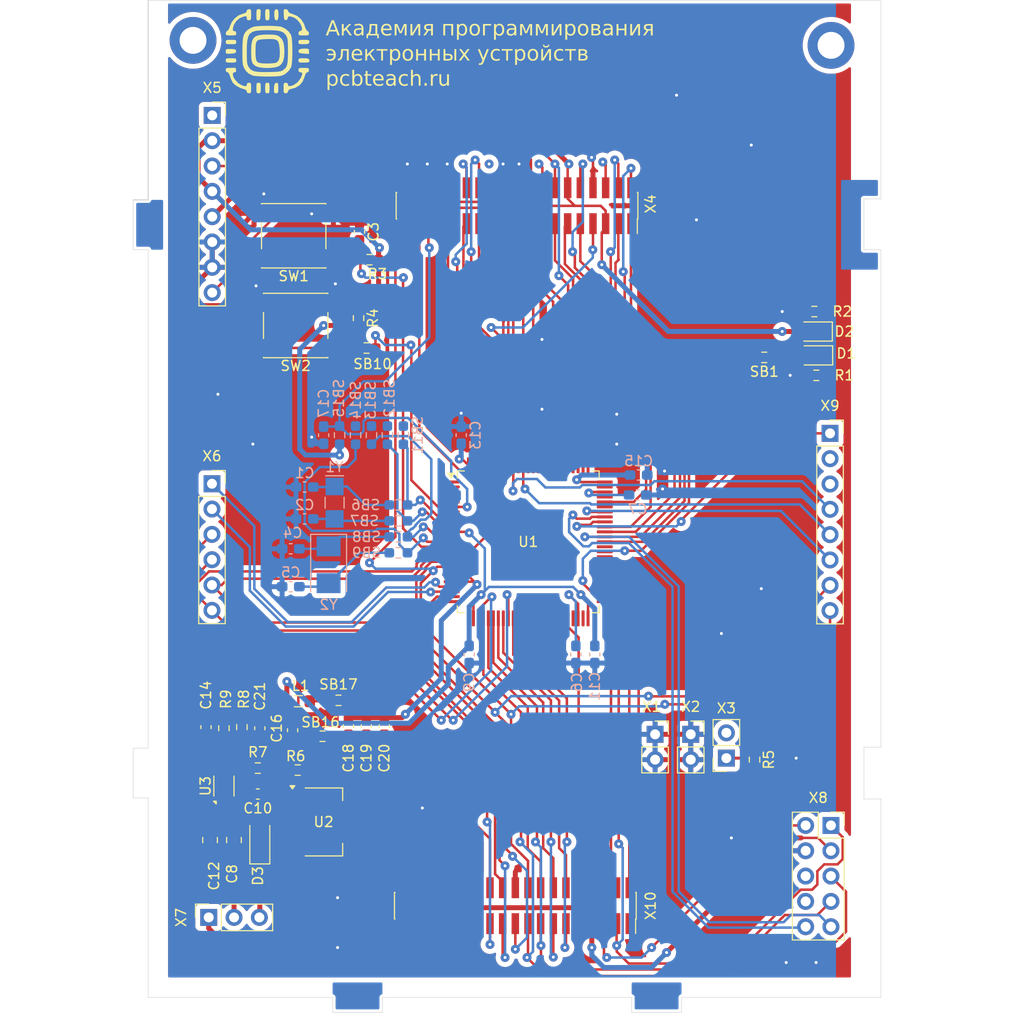
<source format=kicad_pcb>
(kicad_pcb (version 20240108) (generator "pcbnew") (generator_version "8.0")
  (layers (0 "F.Cu" signal) (31 "B.Cu" signal) (34 "B.Paste" user) (35 "F.Paste" user) (36 "B.SilkS" user "B.Silkscreen") (37 "F.SilkS" user "F.Silkscreen") (38 "B.Mask" user) (39 "F.Mask" user) (44 "Edge.Cuts" user))
  (net 0 "")
  (net 1 "Net-(C1-C1)")
  (net 2 "PGND")
  (net 3 "Net-(C2-C1)")
  (net 4 "/nRST")
  (net 5 "Net-(C4-C1)")
  (net 6 "Net-(C5-C1)")
  (net 7 "Net-(C6-C1)")
  (net 8 "Net-(C7-C1)")
  (net 9 "VIN")
  (net 10 "VDD")
  (net 11 "Net-(C10-C1)")
  (net 12 "E5V")
  (net 13 "C5V")
  (net 14 "VBAT")
  (net 15 "VDDA")
  (net 16 "AGND")
  (net 17 "Net-(D1-K)")
  (net 18 "Net-(D1-A)")
  (net 19 "Net-(D2-K)")
  (net 20 "Net-(L1-R2)")
  (net 21 "Net-(R4-R2)")
  (net 22 "BOOT0")
  (net 23 "Net-(R6-R2)")
  (net 24 "Net-(R8-R2)")
  (net 25 "PB13")
  (net 26 "/PC14")
  (net 27 "/PC15")
  (net 28 "/PH0")
  (net 29 "/PH1")
  (net 30 "/PC13")
  (net 31 "Net-(SB11-J2)")
  (net 32 "Net-(SB12-J2)")
  (net 33 "Net-(SB13-J2)")
  (net 34 "Net-(SB14-J2)")
  (net 37 "/PB4")
  (net 38 "/PD7")
  (net 39 "/PA14")
  (net 41 "/PA12")
  (net 42 "/PC2")
  (net 44 "/PC0")
  (net 47 "/PB5")
  (net 51 "/PC5")
  (net 52 "/PB6")
  (net 54 "/PB3")
  (net 55 "/PD5")
  (net 57 "/PB0")
  (net 58 "/PA1")
  (net 59 "/PB7")
  (net 60 "/PC3")
  (net 61 "/PA10")
  (net 62 "/PB12")
  (net 63 "/PB1")
  (net 64 "/PA5")
  (net 68 "/PD2")
  (net 69 "/PD3")
  (net 70 "/PD1")
  (net 71 "/PB2")
  (net 72 "/PB8")
  (net 73 "/PC7")
  (net 74 "/PA15")
  (net 75 "/PA11")
  (net 77 "/PC1")
  (net 78 "/PA0")
  (net 79 "/PB14")
  (net 80 "/PA4")
  (net 81 "/PD4")
  (net 83 "/PA2")
  (net 84 "/PC9")
  (net 85 "/PA8")
  (net 86 "/PD0")
  (net 87 "/PB15")
  (net 90 "/PB9")
  (net 91 "/PC4")
  (net 92 "/PA9")
  (net 93 "/PC11")
  (net 94 "/PC8")
  (net 95 "/PD6")
  (net 96 "/PC6")
  (net 98 "/PB10")
  (net 100 "/PA7")
  (net 102 "/PC12")
  (net 103 "/PB11")
  (net 104 "/PA13")
  (net 106 "/PC10")
  (net 107 "/PA6")
  (net 110 "/PA3")
  (net 113 "U5V")
  (net 114 "Net-(X10-PB9)")
  (footprint "Capacitor_SMD:C_0805_2012Metric_Pad1.18x1.45mm_HandSolder" (layer "F.Cu") (at 130.60659 119.21591 -90)
    (property "Reference" "C8")
    (property "Value" "10uF")
  )
  (footprint "Connector_PinSocket_2.54mm:PinSocket_1x02_P2.54mm_Vertical" (layer "F.Cu") (at 180 111 180)
    (property "Reference" "X3")
    (property "Value" "CONN-02P1L")
  )
  (footprint "Capacitor_SMD:C_0805_2012Metric_Pad1.18x1.45mm_HandSolder" (layer "F.Cu") (at 128.206589 119.21591 -90)
    (property "Reference" "C12")
    (property "Value" "10uF")
  )
  (footprint "Connector_PinSocket_2.54mm:PinSocket_1x06_P2.54mm_Vertical" (layer "F.Cu") (at 128.4 83.475)
    (property "Reference" "X6")
    (property "Value" "CONN-06P1L")
  )
  (footprint "Resistor_SMD:R_0603_1608Metric_Pad0.98x0.95mm_HandSolder" (layer "F.Cu") (at 129.6 108 90)
    (property "Reference" "R9")
    (property "Value" "10.2K")
  )
  (footprint "Package_QFP:LQFP-100_14x14mm_P0.5mm" (layer "F.Cu") (at 160.125 89.3)
    (property "Reference" "U1")
    (property "Value" "STM32H742Vx")
  )
  (footprint "Resistor_SMD:R_0603_1608Metric_Pad0.98x0.95mm_HandSolder" (layer "F.Cu") (at 133 111.999999 180)
    (property "Reference" "R7")
    (property "Value" "360")
  )
  (footprint "Resistor_SMD:R_0603_1608Metric_Pad0.98x0.95mm_HandSolder" (layer "F.Cu") (at 143.105 66.86 -90)
    (property "Reference" "R4")
    (property "Value" "10K")
  )
  (footprint "Diode_SMD:D_SOD-123F" (layer "F.Cu") (at 133.2 119.4 90)
    (property "Reference" "D3")
    (property "Value" "SS24FL")
  )
  (footprint "Package_DFN_QFN:DFN-6-1EP_2x1.8mm_P0.5mm_EP1.2x1.6mm" (layer "F.Cu") (at 129.599999 113.8 90)
    (property "Reference" "U3")
    (property "Value" "LD39050PU")
  )
  (footprint "Resistor_SMD:R_0603_1608Metric_Pad0.98x0.95mm_HandSolder" (layer "F.Cu") (at 141.0875 105.2)
    (property "Reference" "SB17")
    (property "Value" "JUMPER")
  )
  (footprint "Button_Switch_SMD:SW_SPST_PTS645" (layer "F.Cu") (at 136.8 67.6 180)
    (property "Reference" "SW2")
    (property "Value" "BUTTON1")
  )
  (footprint "LOGO" (layer "F.Cu") (at 134 40)
    (property "Reference" "G***" (hide yes))
    (property "Value" "LOGO" (hide yes))
  )
  (footprint "Capacitor_SMD:C_0603_1608Metric_Pad1.08x0.95mm_HandSolder" (layer "F.Cu") (at 136.487499 108.2 -90)
    (property "Reference" "C16")
    (property "Value" "0.1uF")
  )
  (footprint "Capacitor_SMD:C_0603_1608Metric_Pad1.08x0.95mm_HandSolder" (layer "F.Cu") (at 143.2 58.2 90)
    (property "Reference" "C3")
    (property "Value" "10n")
  )
  (footprint "Capacitor_SMD:C_0603_1608Metric_Pad1.08x0.95mm_HandSolder" (layer "F.Cu") (at 133.2 108 90)
    (property "Reference" "C21")
    (property "Value" "0.1uF")
  )
  (footprint "Resistor_SMD:R_0603_1608Metric_Pad0.98x0.95mm_HandSolder" (layer "F.Cu") (at 183.8 70.8 180)
    (property "Reference" "SB1")
    (property "Value" "JUMPER")
  )
  (footprint "Capacitor_SMD:C_0603_1608Metric_Pad1.08x0.95mm_HandSolder" (layer "F.Cu") (at 143.8875 107.8 -90)
    (property "Reference" "C19")
    (property "Value" "10nF")
  )
  (footprint "LED_SMD:LED_0805_2012Metric_Pad1.15x1.40mm_HandSolder" (layer "F.Cu") (at 188.76775 68.205073 180)
    (property "Reference" "D2")
    (property "Value" "LED")
  )
  (footprint "LED_SMD:LED_0805_2012Metric_Pad1.15x1.40mm_HandSolder" (layer "F.Cu") (at 188.8 70.6 180)
    (property "Reference" "D1")
    (property "Value" "LED")
  )
  (footprint "Resistor_SMD:R_0603_1608Metric_Pad0.98x0.95mm_HandSolder" (layer "F.Cu") (at 137 112.2 180)
    (property "Reference" "R6")
    (property "Value" "120")
  )
  (footprint "Connector_PinSocket_1.27mm:PinSocket_2x19_P1.27mm_Vertical_SMD" (layer "F.Cu") (at 158.83 125.8 -90)
    (property "Reference" "X10")
    (property "Value" "ST-MORPHO-CN10")
  )
  (footprint "Capacitor_SMD:C_0603_1608Metric_Pad1.08x0.95mm_HandSolder" (layer "F.Cu") (at 133 114.6 180)
    (property "Reference" "C10")
    (property "Value" "4.7uF")
  )
  (footprint "Connector_PinSocket_2.54mm:PinSocket_2x05_P2.54mm_Vertical" (layer "F.Cu") (at 190.489999 117.749999)
    (property "Reference" "X8")
    (property "Value" "CONN-10P1L")
  )
  (footprint "Inductor_SMD:L_0805_2012Metric_Pad1.05x1.20mm_HandSolder" (layer "F.Cu") (at 137.062499 105.289999)
    (property "Reference" "L1")
    (property "Value" "BEAD")
  )
  (footprint "Package_TO_SOT_SMD:SOT-223" (layer "F.Cu") (at 139.6 117.4)
    (property "Reference" "U2")
    (property "Value" "LM1117")
  )
  (footprint "MountingHole:MountingHole_2.7mm_M2.5_DIN965_Pad_TopBottom" (layer "F.Cu") (at 126.5 39)
    (property "Reference" "REF**" (hide yes))
    (property "Value" "MountingHole_2.7mm_M2.5_DIN965_Pad_TopBottom")
  )
  (footprint "Resistor_SMD:R_0603_1608Metric_Pad0.98x0.95mm_HandSolder" (layer "F.Cu") (at 182.825 111.15 -90)
    (property "Reference" "R5")
    (property "Value" "10K")
  )
  (footprint "Connector_PinSocket_2.54mm:PinSocket_1x08_P2.54mm_Vertical" (layer "F.Cu") (at 190.4 78.42)
    (property "Reference" "X9")
    (property "Value" "CONN-08P1L")
  )
  (footprint "Resistor_SMD:R_0603_1608Metric_Pad0.98x0.95mm_HandSolder" (layer "F.Cu") (at 131.4 107.8875 90)
    (property "Reference" "R8")
    (property "Value" "32.0K")
  )
  (footprint "Connector_PinSocket_1.27mm:PinSocket_2x19_P1.27mm_Vertical_SMD" (layer "F.Cu") (at 159 55.585 -90)
    (property "Reference" "X4")
    (property "Value" "ST-MORPHO-CN7")
  )
  (footprint "Connector_PinSocket_2.54mm:PinSocket_1x02_P2.54mm_Vertical" (layer "F.Cu") (at 172.85 108.61)
    (property "Reference" "X1")
    (property "Value" "CONN-02P1LA")
  )
  (footprint "Connector_PinSocket_2.54mm:PinSocket_1x08_P2.54mm_Vertical" (layer "F.Cu") (at 128.425 46.525)
    (property "Reference" "X5")
    (property "Value" "CONN-08P1L")
  )
  (footprint "Resistor_SMD:R_0603_1608Metric_Pad0.98x0.95mm_HandSolder" (layer "F.Cu") (at 143.905 69.86)
    (property "Reference" "SB10")
    (property "Value" "JUMPER")
  )
  (footprint "Resistor_SMD:R_0603_1608Metric_Pad0.98x0.95mm_HandSolder" (layer "F.Cu") (at 189.024999 72.6 180)
    (property "Reference" "R1")
    (property "Value" "330")
  )
  (footprint "Connector_PinSocket_2.54mm:PinSocket_1x03_P2.54mm_Vertical" (layer "F.Cu") (at 128.075 126.975 90)
    (property "Reference" "X7")
    (property "Value" "CONN-03P1L")
  )
  (footprint "Capacitor_SMD:C_0603_1608Metric_Pad1.08x0.95mm_HandSolder" (layer "F.Cu") (at 127.799999 107.8875 90)
    (property "Reference" "C14")
    (property "Value" "1uF")
  )
  (footprint "Button_Switch_SMD:SW_SPST_PTS645" (layer "F.Cu") (at 136.6 58.6 180)
    (property "Reference" "SW1")
    (property "Value" "BUTTON1")
  )
  (footprint "Capacitor_SMD:C_0603_1608Metric_Pad1.08x0.95mm_HandSolder" (layer "F.Cu") (at 142.0875 107.8 -90)
    (property "Reference" "C18")
    (property "Value" "1uF")
  )
  (footprint "Resistor_SMD:R_0603_1608Metric_Pad0.98x0.95mm_HandSolder" (layer "F.Cu") (at 139.4875 108.8)
    (property "Reference" "SB16")
    (property "Value" "JUMPER")
  )
  (footprint "MountingHole:MountingHole_2.7mm_M2.5_DIN965_Pad_TopBottom" (layer "F.Cu") (at 190.5 39.5)
    (property "Reference" "REF**" (hide yes))
    (property "Value" "MountingHole_2.7mm_M2.5_DIN965_Pad_TopBottom")
  )
  (footprint "Capacitor_SMD:C_0603_1608Metric_Pad1.08x0.95mm_HandSolder" (layer "F.Cu") (at 145.687499 107.799999 -90)
    (property "Reference" "C20")
    (property "Value" "10nF")
  )
  (footprint "Resistor_SMD:R_0603_1608Metric_Pad0.98x0.95mm_HandSolder" (layer "F.Cu") (at 188.824999 66.2 180)
    (property "Reference" "R2")
    (property "Value" "470")
  )
  (footprint "Resistor_SMD:R_0603_1608Metric_Pad0.98x0.95mm_HandSolder" (layer "F.Cu") (at 144.2 61 180)
    (property "Reference" "R3")
    (property "Value" "10K")
  )
  (footprint "Connector_PinSocket_2.54mm:PinSocket_1x02_P2.54mm_Vertical" (layer "F.Cu") (at 176.425 108.61)
    (property "Reference" "X2")
    (property "Value" "CONN-02P1LA")
  )
  (footprint "Capacitor_SMD:C_0603_1608Metric_Pad1.08x0.95mm_HandSolder" (layer "B.Cu") (at 136.3 93.8 180)
    (property "Reference" "C5")
    (property "Value" "20pF")
  )
  (footprint "Resistor_SMD:R_0603_1608Metric_Pad0.98x0.95mm_HandSolder" (layer "B.Cu") (at 147.1 90.4)
    (property "Reference" "SB9")
    (property "Value" "JUMPER")
  )
  (footprint "Capacitor_SMD:C_0603_1608Metric_Pad1.08x0.95mm_HandSolder" (layer "B.Cu") (at 171.1 84.6)
    (property "Reference" "C7")
    (property "Value" "2.2uF")
  )
  (footprint "Crystal:Crystal_SMD_5032-2Pin_5.0x3.2mm" (layer "B.Cu") (at 140.1 91.6 -90)
    (property "Reference" "Y2")
    (property "Value" "8MHz")
  )
  (footprint "Capacitor_SMD:C_0603_1608Metric_Pad1.08x0.95mm_HandSolder" (layer "B.Cu") (at 137.7 83.8 180)
    (property "Reference" "C1")
    (property "Value" "CAPACITOR")
  )
  (footprint "Resistor_SMD:R_0603_1608Metric_Pad0.98x0.95mm_HandSolder" (layer "B.Cu") (at 147.6 78.6 90)
    (property "Reference" "SB11")
    (property "Value" "JUMPER")
  )
  (footprint "Capacitor_SMD:C_0603_1608Metric_Pad1.08x0.95mm_HandSolder" (layer "B.Cu") (at 137.7 87 180)
    (property "Reference" "C2")
    (property "Value" "CAPACITOR")
  )
  (footprint "Resistor_SMD:R_0603_1608Metric_Pad0.98x0.95mm_HandSolder" (layer "B.Cu") (at 147.1 88.8)
    (property "Reference" "SB8")
    (property "Value" "JUMPER")
  )
  (footprint "Capacitor_SMD:C_0603_1608Metric_Pad1.08x0.95mm_HandSolder" (layer "B.Cu") (at 153.4 78.6 90)
    (property "Reference" "C13")
    (property "Value" "0.1uF")
  )
  (footprint "Capacitor_SMD:C_0603_1608Metric_Pad1.08x0.95mm_HandSolder" (layer "B.Cu") (at 164.9 100.6 -90)
    (property "Reference" "C6")
    (property "Value" "2.2uF")
  )
  (footprint "Resistor_SMD:R_0603_1608Metric_Pad0.98x0.95mm_HandSolder" (layer "B.Cu") (at 146 78.6 90)
    (property "Reference" "SB12")
    (property "Value" "JUMPER")
  )
  (footprint "Capacitor_SMD:C_0603_1608Metric_Pad1.08x0.95mm_HandSolder" (layer "B.Cu") (at 136.3 90 180)
    (property "Reference" "C4")
    (property "Value" "20pF")
  )
  (footprint "Resistor_SMD:R_0603_1608Metric_Pad0.98x0.95mm_HandSolder" (layer "B.Cu") (at 147.1 85.6)
    (property "Reference" "SB6")
    (property "Value" "JUMPER")
  )
  (footprint "Resistor_SMD:R_0603_1608Metric_Pad0.98x0.95mm_HandSolder" (layer "B.Cu") (at 141.200001 78.6 90)
    (property "Reference" "SB15")
    (property "Value" "JUMPER")
  )
  (footprint "Resistor_SMD:R_0603_1608Metric_Pad0.98x0.95mm_HandSolder" (layer "B.Cu") (at 142.799999 78.6 90)
    (property "Reference" "SB14")
    (property "Value" "JUMPER")
  )
  (footprint "Capacitor_SMD:C_0603_1608Metric_Pad1.08x0.95mm_HandSolder" (layer "B.Cu") (at 171.2 82.6)
    (property "Reference" "C15")
    (property "Value" "0.1uF")
  )
  (footprint "Capacitor_SMD:C_0603_1608Metric_Pad1.08x0.95mm_HandSolder" (layer "B.Cu") (at 139.6 78.6 -90)
    (property "Reference" "C17")
    (property "Value" "0.1uF")
  )
  (footprint "Resistor_SMD:R_0603_1608Metric_Pad0.98x0.95mm_HandSolder" (layer "B.Cu") (at 147.1 87.2)
    (property "Reference" "SB7")
    (property "Value" "JUMPER")
  )
  (footprint "Capacitor_SMD:C_0603_1608Metric_Pad1.08x0.95mm_HandSolder" (layer "B.Cu") (at 166.8 100.6 -90)
    (property "Reference" "C11")
    (property "Value" "0.1uF")
  )
  (footprint "Crystal:Crystal_SMD_EuroQuartz_EQ161-2Pin_3.2x1.5mm_HandSoldering" (layer "B.Cu") (at 140.7 85.374999 -90)
    (property "Reference" "Y1")
    (property "Value" "32.768K")
  )
  (footprint "Resistor_SMD:R_0603_1608Metric_Pad0.98x0.95mm_HandSolder" (layer "B.Cu") (at 144.4 78.6 90)
    (property "Reference" "SB13")
    (property "Value" "JUMPER")
  )
  (footprint "Capacitor_SMD:C_0603_1608Metric_Pad1.08x0.95mm_HandSolder" (layer "B.Cu") (at 154.2 100.6 -90)
    (property "Reference" "C9")
    (property "Value" "0.1uF")
  )
  (gr_line (start 120.5 110) (end 120.5 115) (stroke (width 0.05)) (layer "Edge.Cuts"))
  (gr_line (start 195.5 115.1) (end 193.8 115.1) (stroke (width 0.05)) (layer "Edge.Cuts"))
  (gr_line (start 195.5 60) (end 193.8 60) (stroke (width 0.05)) (layer "Edge.Cuts"))
  (gr_line (start 195.5 54.9) (end 195.5 35) (stroke (width 0.05)) (layer "Edge.Cuts"))
  (gr_line (start 195.5 135) (end 175.5 135) (stroke (width 0.05)) (layer "Edge.Cuts"))
  (gr_line (start 120.5 55) (end 122 55) (stroke (width 0.1)) (layer "Edge.Cuts"))
  (gr_line (start 175.5 136.5) (end 170.5 136.5) (stroke (width 0.05)) (layer "Edge.Cuts"))
  (gr_line (start 193.8 109.9) (end 195.5 109.9) (stroke (width 0.05)) (layer "Edge.Cuts"))
  (gr_line (start 170.5 135) (end 145.5 135) (stroke (width 0.05)) (layer "Edge.Cuts"))
  (gr_line (start 140.5 135) (end 140.5 136.5) (stroke (width 0.05)) (layer "Edge.Cuts"))
  (gr_line (start 122 135) (end 140.5 135) (stroke (width 0.05)) (layer "Edge.Cuts"))
  (gr_line (start 120.5 110) (end 122 110) (stroke (width 0.05)) (layer "Edge.Cuts"))
  (gr_line (start 140.5 136.5) (end 145.5 136.5) (stroke (width 0.05)) (layer "Edge.Cuts"))
  (gr_line (start 122 60) (end 122 110) (stroke (width 0.05)) (layer "Edge.Cuts"))
  (gr_line (start 193.8 115.1) (end 193.8 109.9) (stroke (width 0.05)) (layer "Edge.Cuts"))
  (gr_line (start 120.5 55) (end 120.5 60) (stroke (width 0.05)) (layer "Edge.Cuts"))
  (gr_line (start 195.5 35) (end 122 35) (stroke (width 0.05)) (layer "Edge.Cuts"))
  (gr_line (start 120.5 60) (end 122 60) (stroke (width 0.05)) (layer "Edge.Cuts"))
  (gr_line (start 195.5 109.9) (end 195.5 60) (stroke (width 0.05)) (layer "Edge.Cuts"))
  (gr_line (start 175.5 135) (end 175.5 136.5) (stroke (width 0.05)) (layer "Edge.Cuts"))
  (gr_line (start 122 55) (end 122 35) (stroke (width 0.1)) (layer "Edge.Cuts"))
  (gr_line (start 145.5 135) (end 145.5 136.5) (stroke (width 0.05)) (layer "Edge.Cuts"))
  (gr_line (start 122 115) (end 120.5 115) (stroke (width 0.05)) (layer "Edge.Cuts"))
  (gr_line (start 195.5 54.9) (end 193.8 54.9) (stroke (width 0.05)) (layer "Edge.Cuts"))
  (gr_line (start 170.5 136.5) (end 170.5 135) (stroke (width 0.05)) (layer "Edge.Cuts"))
  (gr_line (start 193.8 60) (end 193.8 54.9) (stroke (width 0.05)) (layer "Edge.Cuts"))
  (gr_line (start 122 115) (end 122 135) (stroke (width 0.05)) (layer "Edge.Cuts"))
  (gr_line (start 195.5 135) (end 195.5 115.1) (stroke (width 0.05)) (layer "Edge.Cuts"))
  (gr_text "Академия программирования \nэлектронных устройств\npcbteach.ru" (at 139.8 43.8 0) (layer "F.SilkS") (effects (font (size 1.5 1.5) (thickness 0.1)) (justify left bottom)))
  (segment (start 143.8 85.6) (end 146.1875 85.6) (width 0.25) (layer "B.Cu") (net 1))
  (segment (start 138.562501 83.8) (end 140.649998 83.8) (width 0.25) (layer "B.Cu") (net 1))
  (segment (start 140.7 83.749998) (end 141.949998 83.749998) (width 0.25) (layer "B.Cu") (net 1))
  (segment (start 140.649998 83.8) (end 140.7 83.749998) (width 0.25) (layer "B.Cu") (net 1))
  (segment (start 141.949998 83.749998) (end 143.8 85.6) (width 0.25) (layer "B.Cu") (net 1))
  (segment (start 128.425 61.765) (end 126.6 63.59) (width 0.5) (layer "F.Cu") (net 2))
  (segment (start 127.799999 107.024999) (end 129.537499 107.024999) (width 0.5) (layer "F.Cu") (net 2))
  (segment (start 126.6 65.2) (end 127.005 65.605) (width 0.5) (layer "F.Cu") (net 2))
  (segment (start 130.137499 116.6) (end 132.137499 114.6) (width 0.5) (layer "F.Cu") (net 2))
  (segment (start 141.567499 57.337499) (end 140.58 56.35) (width 0.5) (layer "F.Cu") (net 2))
  (segment (start 138.575 108.8) (end 136.75 108.8) (width 0.5) (layer "F.Cu") (net 2))
  (segment (start 127.005 65.605) (end 132.565 65.605) (width 0.5) (layer "F.Cu") (net 2))
  (segment (start 140.78 65.35) (end 140.78 63.42) (width 0.5) (layer "F.Cu") (net 2))
  (segment (start 138.45 56.35) (end 138.4 56.4) (width 0.5) (layer "F.Cu") (net 2))
  (segment (start 159 57.385) (end 159 53.785) (width 0.25) (layer "F.Cu") (net 2))
  (segment (start 127 117.575621) (end 127.975621 116.6) (width 0.5) (layer "F.Cu") (net 2))
  (segment (start 132.0875 110.7125) (end 132.0875 111.999999) (width 0.5) (layer "F.Cu") (net 2))
  (segment (start 128.206589 120.25341) (end 127 119.046821) (width 0.5) (layer "F.Cu") (net 2))
  (segment (start 129.745 59.225) (end 132.62 56.35) (width 0.5) (layer "F.Cu") (net 2))
  (segment (start 128.425 61.765) (end 128.425 59.225) (width 0.5) (layer "F.Cu") (net 2))
  (segment (start 128.206589 120.25341) (end 130.60659 120.25341) (width 0.5) (layer "F.Cu") (net 2))
  (segment (start 132.82 65.35) (end 140.78 65.35) (width 0.5) (layer "F.Cu") (net 2))
  (segment (start 132.62 55.38) (end 133.6 54.4) (width 0.5) (layer "F.Cu") (net 2))
  (segment (start 135.15 110.4) (end 132.4 110.4) (width 0.5) (layer "F.Cu") (net 2))
  (segment (start 132.137499 112.049998) (end 132.0875 111.999999) (width 0.5) (layer "F.Cu") (net 2))
  (segment (start 131.662501 105.6) (end 133.2 107.137499) (width 0.5) (layer "F.Cu") (net 2))
  (segment (start 187.912499 66.2) (end 185.6 66.2) (width 0.5) (layer "F.Cu") (net 2))
  (segment (start 136.75 108.8) (end 136.487499 109.062501) (width 0.5) (layer "F.Cu") (net 2))
  (segment (start 140.8 63.4) (end 140.78 63.42) (width 0.5) (layer "F.Cu") (net 2))
  (segment (start 143.2 57.337499) (end 141.567499 57.337499) (width 0.5) (layer "F.Cu") (net 2))
  (segment (start 127 119.046821) (end 127 117.575621) (width 0.5) (layer "F.Cu") (net 2))
  (segment (start 132.82 65.35) (end 132.82 63.62) (width 0.5) (layer "F.Cu") (net 2))
  (segment (start 159 53.785) (end 157.73 53.785) (width 0.25) (layer "F.Cu") (net 2))
  (segment (start 140.58 56.35) (end 138.45 56.35) (width 0.5) (layer "F.Cu") (net 2))
  (segment (start 132.565 65.605) (end 132.82 65.35) (width 0.5) (layer "F.Cu") (net 2))
  (segment (start 166.460002 50.739998) (end 166.480002 50.739998) (width 0.25) (layer "F.Cu") (net 2))
  (segment (start 129.6 107.0875) (end 131.0875 105.6) (width 0.5) (layer "F.Cu") (net 2))
  (segment (start 132.62 56.35) (end 132.62 55.38) (width 0.5) (layer "F.Cu") (net 2))
  (segment (start 147.57 53.785) (end 152.65 53.785) (width 0.25) (layer "F.Cu") (net 2))
  (segment (start 166.4 50.8) (end 166.460002 50.739998) (width 0.25) (layer "F.Cu") (net 2))
  (segment (start 166.62 53.785) (end 166.62 51.02) (width 0.25) (layer "F.Cu") (net 2))
  (segment (start 127.975621 116.6) (end 129.6 116.6) (width 0.5) (layer "F.Cu") (net 2))
  (segment (start 129.599999 114.875) (end 129.6 116.6) (width 0.25) (layer "F.Cu") (net 2))
  (segment (start 129.537499 107.024999) (end 129.6 107.0875) (width 0.5) (layer "F.Cu") (net 2))
  (segment (start 129.6 116.6) (end 130.137499 116.6) (width 0.5) (layer "F.Cu") (net 2))
  (segment (start 126.6 63.59) (end 126.6 65.2) (width 0.5) (layer "F.Cu") (net 2))
  (segment (start 128.425 59.225) (end 129.745 59.225) (width 0.5) (layer "F.Cu") (net 2))
  (segment (start 131.0875 105.6) (end 131.662501 105.6) (width 0.5) (layer "F.Cu") (net 2))
  (segment (start 132.4 110.4) (end 132.0875 110.7125) (width 0.5) (layer "F.Cu") (net 2))
  (segment (start 136.487499 109.062501) (end 135.15 110.4) (width 0.5) (layer "F.Cu") (net 2))
  (segment (start 186.4 72.6) (end 188.112499 72.6) (width 0.5) (layer "F.Cu") (net 2))
  (segment (start 166.62 51.02) (end 166.4 50.8) (width 0.25) (layer "F.Cu") (net 2))
  (segment (start 132.8 63.6) (end 132.82 63.62) (width 0.5) (layer "F.Cu") (net 2))
  (segment (start 132.137499 114.6) (end 132.137499 112.049998) (width 0.5) (layer "F.Cu") (net 2))
  (via (at 161.5 76) (size 0.9) (drill 0.3) (layers "F.Cu" "B.Cu") (net 2))
  (via (at 153.4 76.4) (size 0.9) (drill 0.3) (layers "F.Cu" "B.Cu") (net 2))
  (via (at 152 51.4) (size 0.9) (drill 0.3) (layers "F.Cu" "B.Cu") (net 2))
  (via (at 166.480002 50.739998) (size 0.9) (drill 0.3) (layers "F.Cu" "B.Cu") (net 2))
  (via (at 189 131.5) (size 0.9) (drill 0.3) (layers "F.Cu" "B.Cu") (net 2))
  (via (at 169 76.5) (size 0.9) (drill 0.3) (layers "F.Cu" "B.Cu") (net 2))
  (via (at 169 79.5) (size 0.9) (drill 0.3) (layers "F.Cu" "B.Cu") (net 2))
  (via (at 157.6 51.4) (size 0.9) (drill 0.3) (layers "F.Cu" "B.Cu") (net 2))
  (via (at 150 51.4) (size 0.9) (drill 0.3) (layers "F.Cu" "B.Cu") (net 2))
  (via (at 182.5 49.5) (size 0.9) (drill 0.3) (layers "F.Cu" "B.Cu") (net 2))
  (via (at 159.2 51.4) (size 0.9) (drill 0.3) (layers "F.Cu" "B.Cu") (net 2))
  (via (at 141 125) (size 0.9) (drill 0.3) (layers "F.Cu" "B.Cu") (net 2))
  (via (at 133.6 54.4) (size 0.9) (drill 0.3) (layers "F.Cu" "B.Cu") (net 2))
  (via (at 173.8 82.2) (size 0.9) (drill 0.3) (layers "F.Cu" "B.Cu") (net 2))
  (via (at 183.5 94) (size 0.9) (drill 0.3) (layers "F.Cu" "B.Cu") (net 2))
  (via (at 140.78 63.42) (size 0.9) (drill 0.3) (layers "F.Cu" "B.Cu") (net 2))
  (via (at 186.4 72.6) (size 0.9) (drill 0.3) (layers "F.Cu" "B.Cu") (net 2))
  (via (at 132.5 79.5) (size 0.9) (drill 0.3) (layers "F.Cu" "B.Cu") (net 2))
  (via (at 161.5 69) (size 0.9) (drill 0.3) (layers "F.Cu" "B.Cu") (net 2))
  (via (at 179.5 98.5) (size 0.9) (drill 0.3) (layers "F.Cu" "B.Cu") (net 2))
  (via (at 132.82 63.62) (size 0.9) (drill 0.3) (layers "F.Cu" "B.Cu") (net 2))
  (via (at 148 51.4) (size 0.9) (drill 0.3) (layers "F.Cu" "B.Cu") (net 2))
  (via (at 141 130) (size 0.9) (drill 0.3) (layers "F.Cu" "B.Cu") (net 2))
  (via (at 175 44.5) (size 0.9) (drill 0.3) (layers "F.Cu" "B.Cu") (net 2))
  (via (at 173.6 84) (size 0.9) (drill 0.3) (layers "F.Cu" "B.Cu") (net 2))
  (via (at 177 57) (size 0.9) (drill 0.3) (layers "F.Cu" "B.Cu") (net 2))
  (via (at 185.6 66.2) (size 0.9) (drill 0.3) (layers "F.Cu" "B.Cu") (net 2))
  (via (at 138.4 56.4) (size 0.9) (drill 0.3) (layers "F.Cu" "B.Cu") (net 2))
  (via (at 187 111) (size 0.9) (drill 0.3) (layers "F.Cu" "B.Cu") (net 2))
  (via (at 180.5 119) (size 0.9) (drill 0.3) (layers "F.Cu" "B.Cu") (net 2))
  (via (at 149.5 116) (size 0.9) (drill 0.3) (layers "F.Cu" "B.Cu") (net 2))
  (via (at 186 131.5) (size 0.9) (drill 0.3) (layers "F.Cu" "B.Cu") (net 2))
  (via (at 129 74.5) (size 0.9) (drill 0.3) (layers "F.Cu" "B.Cu") (net 2))
  (via (at 138.4 78.8) (size 0.9) (drill 0.3) (layers "F.Cu" "B.Cu") (net 2))
  (segment (start 139.6 79.462501) (end 139.062501 79.462501) (width 0.5) (layer "B.Cu") (net 2))
  (segment (start 153.4 77.737499) (end 153.4 76.4) (width 0.5) (layer "B.Cu") (net 2))
  (segment (start 139.062501 79.462501) (end 138.4 78.8) (width 0.5) (layer "B.Cu") (net 2))
  (segment (start 141 87) (end 141.2 87.2) (width 0.25) (layer "B.Cu") (net 3))
  (segment (start 140.7 87) (end 141 87) (width 0.25) (layer "B.Cu") (net 3))
  (segment (start 138.562501 87) (end 140.7 87) (width 0.25) (layer "B.Cu") (net 3))
  (segment (start 141.2 87.2) (end 146.1875 87.2) (width 0.25) (layer "B.Cu") (net 3))
  (segment (start 143.2875 62.2875) (end 143.4 62.4) (width 0.25) (layer "F.Cu") (net 4))
  (segment (start 140.58 60.85) (end 143.1375 60.85) (width 0.25) (layer "F.Cu") (net 4))
  (segment (start 149.403981 89.8) (end 147.569246 87.965265) (width 0.25) (layer "F.Cu") (net 4))
  (segment (start 147.569246 62.830754) (end 147.6 62.8) (width 0.25) (layer "F.Cu") (net 4))
  (segment (start 143.2875 59.150001) (end 143.2 59.062501) (width 0.25) (layer "F.Cu") (net 4))
  (segment (start 143.2875 61) (end 143.2875 62.2875) (width 0.25) (layer "F.Cu") (net 4))
  (segment (start 143.1375 60.85) (end 143.2875 61) (width 0.25) (layer "F.Cu") (net 4))
  (segment (start 132.62 60.85) (end 140.58 60.85) (width 0.25) (layer "F.Cu") (net 4))
  (segment (start 147.569246 87.965265) (end 147.569246 62.830754) (width 0.25) (layer "F.Cu") (net 4))
  (segment (start 152.45 89.8) (end 149.403981 89.8) (width 0.25) (layer "F.Cu") (net 4))
  (segment (start 143.2875 61) (end 143.2875 59.150001) (width 0.25) (layer "F.Cu") (net 4))
  (via (at 143.4 62.4) (size 0.9) (drill 0.3) (layers "F.Cu" "B.Cu") (net 4))
  (via (at 147.6 62.8) (size 0.9) (drill 0.3) (layers "F.Cu" "B.Cu") (net 4))
  (segment (start 143.4 62.4) (end 143.8 62.8) (width 0.25) (layer "B.Cu") (net 4))
  (segment (start 143.8 62.8) (end 147.6 62.8) (width 0.25) (layer "B.Cu") (net 4))
  (segment (start 140.250001 89.749999) (end 141.2 88.8) (width 0.25) (layer "B.Cu") (net 5))
  (segment (start 139.849999 90) (end 140.1 89.749999) (width 0.25) (layer "B.Cu") (net 5))
  (segment (start 141.2 88.8) (end 146.1875 88.8) (width 0.25) (layer "B.Cu") (net 5))
  (segment (start 137.162501 90) (end 139.849999 90) (width 0.25) (layer "B.Cu") (net 5))
  (segment (start 140.1 89.749999) (end 140.250001 89.749999) (width 0.25) (layer "B.Cu") (net 5))
  (segment (start 137.162501 93.8) (end 139.750001 93.8) (width 0.25) (layer "B.Cu") (net 6))
  (segment (start 140.149999 93.450001) (end 143.2 90.4) (width 0.25) (layer "B.Cu") (net 6))
  (segment (start 139.750001 93.8) (end 140.1 93.450001) (width 0.25) (layer "B.Cu") (net 6))
  (segment (start 143.2 90.4) (end 146.1875 90.4) (width 0.25) (layer "B.Cu") (net 6))
  (segment (start 140.1 93.450001) (end 140.149999 93.450001) (width 0.25) (layer "B.Cu") (net 6))
  (segment (start 165.124999 96.975) (end 165.124999 95.524999) (width 0.25) (layer "F.Cu") (net 7))
  (segment (start 165.124999 95.524999) (end 164.2 94.6) (width 0.25) (layer "F.Cu") (net 7))
  (via (at 164.2 94.6) (size 0.9) (drill 0.3) (layers "F.Cu" "B.Cu") (net 7))
  (segment (start 164.9 95.3) (end 164.2 94.6) (width 0.25) (layer "B.Cu") (net 7))
  (segment (start 164.9 99.737499) (end 164.9 95.3) (width 0.25) (layer "B.Cu") (net 7))
  (segment (start 166.299999 84.300001) (end 166.2 84.4) (width 0.25) (layer "F.Cu") (net 8))
  (segment (start 167.8 84.300001) (end 166.299999 84.300001) (width 0.25) (layer "F.Cu") (net 8))
  (via (at 166.2 84.4) (size 0.9) (drill 0.3) (layers "F.Cu" "B.Cu") (net 8))
  (segment (start 166.4 84.6) (end 166.2 84.4) (width 0.25) (layer "B.Cu") (net 8))
  (segment (start 170.237499 84.6) (end 166.4 84.6) (width 0.25) (layer "B.Cu") (net 8))
  (segment (start 130.60659 118.17841) (end 131.17841 118.17841) (width 0.25) (layer "F.Cu") (net 9))
  (segment (start 156.46 54.54) (end 156.46 53.785) (width 0.25) (layer "F.Cu") (net 9))
  (segment (start 131.875001 118.875001) (end 135.625001 118.875001) (width 0.25) (layer "F.Cu") (net 9))
  (segment (start 131.52 61.21) (end 131.52 59.875) (width 0.25) (layer "F.Cu") (net 9))
  (segment (start 131.52 59.875) (end 136.195 55.2) (width 0.25) (layer "F.Cu") (net 9))
  (segment (start 131.17841 118.17841) (end 131.875001 118.875001) (width 0.25) (layer "F.Cu") (net 9))
  (segment (start 128.425 64.305) (end 131.52 61.21) (width 0.25) (layer "F.Cu") (net 9))
  (segment (start 135.625001 118.875001) (end 136.45 119.7) (width 0.25) (layer "F.Cu") (net 9))
  (segment (start 155.8 55.2) (end 156.46 54.54) (width 0.25) (layer "F.Cu") (net 9))
  (segment (start 136.195 55.2) (end 155.8 55.2) (width 0.25) (layer "F.Cu") (net 9))
  (via (at 156.2 51.4) (size 0.9) (drill 0.3) (layers "F.Cu" "B.Cu") (net 9))
  (segment (start 133.2 108.862501) (end 134.962497 108.862501) (width 0.5) (layer "F.Cu") (net 10))
  (segment (start 166.125 96.975) (end 166.125 95.325) (width 0.25) (layer "F.Cu") (net 10))
  (segment (start 135.912499 105.289999) (end 135.912499 103.312499) (width 0.5) (layer "F.Cu") (net 10))
  (segment (start 164.08 51.52) (end 164.2 51.4) (width 0.25) (layer "F.Cu") (net 10))
  (segment (start 164.08 54.88) (end 164.08 53.785) (width 0.25) (layer "F.Cu") (net 10))
  (segment (start 161.54 55.14) (end 162 55.6) (width 0.25) (layer "F.Cu") (net 10))
  (segment (start 167.89 57.89) (end 167.5 58.28) (width 0.25) (layer "F.Cu") (net 10))
  (segment (start 166.125 95.325) (end 165.4 94.6) (width 0.25) (layer "F.Cu") (net 10))
  (segment (start 164.982664 83.07223) (end 165.210434 83.3) (width 0.25) (layer "F.Cu") (net 10))
  (segment (start 185.605073 68.205073) (end 185.6 68.2) (width 0.5) (layer "F.Cu") (net 10))
  (segment (start 135.912499 105.289999) (end 135.912499 106.762499) (width 0.5) (layer "F.Cu") (net 10))
  (segment (start 127 49.8) (end 127 52.72) (width 0.5) (layer "F.Cu") (net 10))
  (segment (start 167.89 57.385) (end 167.89 57.89) (width 0.25) (layer "F.Cu") (net 10))
  (segment (start 164.08 53.785) (end 164.08 51.52) (width 0.25) (layer "F.Cu") (net 10))
  (segment (start 164.8 55.6) (end 164.08 54.88) (width 0.25) (layer "F.Cu") (net 10))
  (segment (start 161.54 53.785) (end 161.54 55.14) (width 0.25) (layer "F.Cu") (net 10))
  (segment (start 143.105 65.9475) (end 141.4525 67.6) (width 0.5) (layer "F.Cu") (net 10))
  (segment (start 161.54 51.74) (end 161.2 51.4) (width 0.25) (layer "F.Cu") (net 10))
  (segment (start 131.135 49.065) (end 132 48.2) (width 0.5) (layer "F.Cu") (net 10))
  (segment (start 135.912499 106.762499) (end 136.487499 107.337499) (width 0.5) (layer "F.Cu") (net 10))
  (segment (start 145.1125 59.8875) (end 145.2 59.8) (width 0.5) (layer "F.Cu") (net 10))
  (segment (start 127.735 49.065) (end 127 49.8) (width 0.5) (layer "F.Cu") (net 10))
  (segment (start 167.5 58.28) (end 167.5 61.5) (width 0.25) (layer "F.Cu") (net 10))
  (segment (start 134.962497 108.862501) (end 136.487499 107.337499) (width 0.5) (layer "F.Cu") (net 10))
  (segment (start 143.105 65.9475) (end 145.1125 63.94) (width 0.5) (layer "F.Cu") (net 10))
  (segment (start 187.742751 68.205073) (end 185.605073 68.205073) (width 0.5) (layer "F.Cu") (net 10))
  (segment (start 167.89 57.385) (end 167.89 56.09) (width 0.25) (layer "F.Cu") (net 10))
  (segment (start 162 55.6) (end 164.8 55.6) (width 0.25) (layer "F.Cu") (net 10))
  (segment (start 153.5 81) (end 153.2 81) (width 0.25) (layer "F.Cu") (net 10))
  (segment (start 154.1 88.3) (end 154.2 88.4) (width 0.25) (layer "F.Cu") (net 10))
  (segment (start 127 52.72) (end 128.425 54.145) (width 0.5) (layer "F.Cu") (net 10))
  (segment (start 145.1125 63.94) (end 145.1125 61) (width 0.5) (layer "F.Cu") (net 10))
  (segment (start 161 48.2) (end 164.2 51.4) (width 0.5) (layer "F.Cu") (net 10))
  (segment (start 167.89 56.09) (end 167.4 55.6) (width 0.25) (layer "F.Cu") (net 10))
  (segment (start 128.425 49.065) (end 131.135 49.065) (width 0.5) (layer "F.Cu") (net 10))
  (segment (start 161.54 53.785) (end 161.54 51.74) (width 0.25) (layer "F.Cu") (net 10))
  (segment (start 141.4525 67.6) (end 139.6 67.6) (width 0.5) (layer "F.Cu") (net 10))
  (segment (start 128.425 49.065) (end 127.735 49.065) (width 0.5) (layer "F.Cu") (net 10))
  (segment (start 131.4 108.8) (end 133.137499 108.8) (width 0.5) (layer "F.Cu") (net 10))
  (segment (start 154.125 81.625) (end 153.5 81) (width 0.25) (layer "F.Cu") (net 10))
  (segment (start 165.210434 83.3) (end 167.8 83.3) (width 0.25) (layer "F.Cu") (net 10))
  (segment (start 131.4 108.8) (end 130.199999 110.000001) (width 0.5) (layer "F.Cu") (net 10))
  (segment (start 145.1125 61) (end 145.1125 59.8875) (width 0.5) (layer "F.Cu") (net 10))
  (segment (start 135.8 103.2) (end 135.912499 103.312499) (width 0.5) (layer "F.Cu") (net 10))
  (segment (start 130.199999 110.000001) (end 130.199999 112.625) (width 0.5) (layer "F.Cu") (net 10))
  (segment (start 167.4 55.6) (end 164.8 55.6) (width 0.25) (layer "F.Cu") (net 10))
  (segment (start 133.137499 108.8) (end 133.2 108.862501) (width 0.5) (layer "F.Cu") (net 10))
  (segment (start 154.625 96.975) (end 154.625 95.375) (width 0.25) (layer "F.Cu") (net 10))
  (segment (start 154.625 95.375) (end 155.4 94.6) (width 0.25) (layer "F.Cu") (net 10))
  (segment (start 152.45 88.3) (end 154.1 88.3) (width 0.25) (layer "F.Cu") (net 10))
  (segment (start 132 48.2) (end 161 48.2) (width 0.5) (layer "F.Cu") (net 10))
  (via (at 141.2 80.6) (size 0.9) (drill 0.3) (layers "F.Cu" "B.Cu") (net 10))
  (via (at 161.2 51.4) (size 0.9) (drill 0.3) (layers "F.Cu" "B.Cu") (net 10))
  (via (at 153.2 81) (size 0.9) (drill 0.3) (layers "F.Cu" "B.Cu") (net 10))
  (via (at 164.2 51.4) (size 0.9) (drill 0.3) (layers "F.Cu" "B.Cu") (net 10))
  (via (at 135.912499 103.312499) (size 0.9) (drill 0.3) (layers "F.Cu" "B.Cu") (net 10))
  (via (at 145.2 59.8) (size 0.9) (drill 0.3) (layers "F.Cu" "B.Cu") (net 10))
  (via (at 164.982664 83.07223) (size 0.9) (drill 0.3) (layers "F.Cu" "B.Cu") (net 10))
  (via (at 139.6 67.6) (size 0.9) (drill 0.3) (layers "F.Cu" "B.Cu") (net 10))
  (via (at 185.6 68.2) (size 0.9) (drill 0.3) (layers "F.Cu" "B.Cu") (net 10))
  (via (at 155.4 94.6) (size 0.9) (drill 0.3) (layers "F.Cu" "B.Cu") (net 10))
  (via (at 154.2 88.4) (size 0.9) (drill 0.3) (layers "F.Cu" "B.Cu") (net 10))
  (via (at 165.4 94.6) (size 0.9) (drill 0.3) (layers "F.Cu" "B.Cu") (net 10))
  (via (at 167.5 61.5) (size 0.9) (drill 0.3) (layers "F.Cu" "B.Cu") (net 10))
  (segment (start 154.2 99.737499) (end 152.1 101.837499) (width 0.5) (layer "B.Cu") (net 10))
  (segment (start 156.175 93.825) (end 164.625 93.825) (width 0.25) (layer "B.Cu") (net 10))
  (segment (start 155.4 94.6) (end 156.175 93.825) (width 0.25) (layer "B.Cu") (net 10))
  (segment (start 153.4 79.462501) (end 153.4 80.8) (width 0.5) (layer "B.Cu") (net 10))
  (segment (start 137.2 80) (end 137.8 80.6) (width 0.5) (layer "B.Cu") (net 10))
  (segment (start 132.28 58) (end 128.425 54.145) (width 0.5) (layer "B.Cu") (net 10))
  (segment (start 154.2 88.4) (end 155.766469 89.966469) (width 0.25) (layer "B.Cu") (net 10))
  (segment (start 140.1 107.5) (end 135.912499 103.312499) (width 0.5) (layer "B.Cu") (net 10))
  (segment (start 174.2 68.2) (end 167.5 61.5) (width 0.5) (layer "B.Cu") (net 10))
  (segment (start 166.8 96) (end 165.4 94.6) (width 0.5) (layer "B.Cu") (net 10))
  (segment (start 155.766469 94.233531) (end 155.4 94.6) (width 0.25) (layer "B.Cu") (net 10))
  (segment (start 185.6 68.2) (end 174.2 68.2) (width 0.5) (layer "B.Cu") (net 10))
  (segment (start 153.4 80.8) (end 153.2 81) (width 0.5) (layer "B.Cu") (net 10))
  (segment (start 154.2 95.8) (end 155.4 94.6) (width 0.5) (layer "B.Cu") (net 10))
  (segment (start 141.200001 79.5125) (end 141.2 80.6) (width 0.5) (layer "B.Cu") (net 10))
  (segment (start 166.8 99.737499) (end 166.8 96) (width 0.5) (layer "B.Cu") (net 10))
  (segment (start 152.1 103.572793) (end 148.172793 107.5) (width 0.5) (layer "B.Cu") (net 10))
  (segment (start 164.625 93.825) (end 165.4 94.6) (width 0.25) (layer "B.Cu") (net 10))
  (segment (start 165.454894 82.6) (end 170.337499 82.6) (width 0.5) (layer "B.Cu") (net 10))
  (segment (start 143.4 58) (end 132.28 58) (width 0.5) (layer "B.Cu") (net 10))
  (segment (start 137.8 80.6) (end 141.2 80.6) (width 0.5) (layer "B.Cu") (net 10))
  (segment (start 139.6 67.6) (end 137.2 70) (width 0.5) (layer "B.Cu") (net 10))
  (segment (start 137.2 70) (end 137.2 80) (width 0.5) (layer "B.Cu") (net 10))
  (segment (start 164.982664 83.07223) (end 165.454894 82.6) (width 0.5) (layer "B.Cu") (net 10))
  (segment (start 148.172793 107.5) (end 140.1 107.5) (width 0.5) (layer "B.Cu") (net 10))
  (segment (start 154.2 99.737499) (end 154.2 95.8) (width 0.5) (layer "B.Cu") (net 10))
  (segment (start 145.2 59.8) (end 143.4 58) (width 0.5) (layer "B.Cu") (net 10))
  (segment (start 152.1 101.837499) (end 152.1 103.572793) (width 0.5) (layer "B.Cu") (net 10))
  (segment (start 155.766469 89.966469) (end 155.766469 94.233531) (width 0.25) (layer "B.Cu") (net 10))
  (segment (start 135.85 118.000001) (end 136.450001 117.4) (width 0.25) (layer "F.Cu") (net 11))
  (segment (start 133.2 118.000001) (end 135.85 118.000001) (width 0.25) (layer "F.Cu") (net 11))
  (segment (start 133.862501 114.6) (end 133.862501 114.537499) (width 0.25) (layer "F.Cu") (net 11))
  (segment (start 136.450001 117.4) (end 137.6 117.4) (width 0.25) (layer "F.Cu") (net 11))
  (segment (start 133.862501 114.6) (end 133.862501 117.3375) (width 0.25) (layer "F.Cu") (net 11))
  (segment (start 133.862501 117.3375) (end 133.2 118.000001) (width 0.25) (layer "F.Cu") (net 11))
  (segment (start 137.9125 117.0875) (end 137.9125 112.2) (width 0.25) (layer "F.Cu") (net 11))
  (segment (start 137.6 117.4) (end 137.9125 117.0875) (width 0.25) (layer "F.Cu") (net 11))
  (segment (start 133.2 126.929999) (end 133.154999 126.975) (width 0.5) (layer "F.Cu") (net 12))
  (segment (start 133.2 120.799999) (end 133.2 126.929999) (width 0.5) (layer "F.Cu") (net 12))
  (segment (start 131.612559 119.450001) (end 131.378468 119.21591) (width 0.5) (layer "F.Cu") (net 12))
  (segment (start 167.89 51.49) (end 167.6 51.2) (width 0.25) (layer "F.Cu") (net 12))
  (segment (start 131.378468 119.21591) (end 129.244089 119.21591) (width 0.5) (layer "F.Cu") (net 12))
  (segment (start 129.244089 119.21591) (end 128.206589 118.17841) (width 0.5) (layer "F.Cu") (net 12))
  (segment (start 131.650001 119.450001) (end 131.612559 119.450001) (width 0.5) (layer "F.Cu") (net 12))
  (segment (start 167.89 53.785) (end 167.89 51.49) (width 0.25) (layer "F.Cu") (net 12))
  (segment (start 132.999999 120.799999) (end 131.650001 119.450001) (width 0.5) (layer "F.Cu") (net 12))
  (segment (start 133.2 120.799999) (end 132.999999 120.799999) (width 0.5) (layer "F.Cu") (net 12))
  (via (at 167.6 51.2) (size 0.9) (drill 0.3) (layers "F.Cu" "B.Cu") (net 12))
  (segment (start 127.799999 115.600001) (end 126 117.4) (width 0.5) (layer "F.Cu") (net 13))
  (segment (start 129.099999 114.875) (end 128.374999 114.875) (width 0.25) (layer "F.Cu") (net 13))
  (segment (start 126 121.2) (end 128.4 123.6) (width 0.5) (layer "F.Cu") (net 13))
  (segment (start 127.799999 109.4) (end 127.799999 115.600001) (width 0.5) (layer "F.Cu") (net 13))
  (segment (start 135.31 49.8) (end 159.072793 49.8) (width 0.5) (layer "F.Cu") (net 13))
  (segment (start 159.072793 49.8) (end 160.27 50.997207) (width 0.5) (layer "F.Cu") (net 13))
  (segment (start 128.4 123.6) (end 129.6 123.6) (width 0.5) (layer "F.Cu") (net 13))
  (segment (start 130.615 124.615) (end 130.615 126.975) (width 0.5) (layer "F.Cu") (net 13))
  (segment (start 128.425 56.685) (end 135.31 49.8) (width 0.5) (layer "F.Cu") (net 13))
  (segment (start 126 117.4) (end 126 121.2) (width 0.5) (layer "F.Cu") (net 13))
  (segment (start 127.799999 109.4) (end 127.799999 114.3) (width 0.5) (layer "F.Cu") (net 13))
  (segment (start 127.799999 108.750001) (end 127.799999 111.475) (width 0.5) (layer "F.Cu") (net 13))
  (segment (start 127.799999 108.750001) (end 127.799999 109.4) (width 0.5) (layer "F.Cu") (net 13))
  (segment (start 129.6 123.6) (end 130.615 124.615) (width 0.5) (layer "F.Cu") (net 13))
  (segment (start 127.799999 114.3) (end 128.374999 114.875) (width 0.5) (layer "F.Cu") (net 13))
  (segment (start 160.27 50.997207) (end 160.27 53.785) (width 0.5) (layer "F.Cu") (net 13))
  (segment (start 127.799999 111.475) (end 129.049999 112.725) (width 0.5) (layer "F.Cu") (net 13))
  (segment (start 150.11 57.385) (end 150.11 59.71) (width 0.25) (layer "F.Cu") (net 14))
  (segment (start 150.11 59.71) (end 150.2 59.8) (width 0.25) (layer "F.Cu") (net 14))
  (segment (start 154 85.8) (end 152.45 85.8) (width 0.25) (layer "F.Cu") (net 14))
  (via (at 150.2 59.8) (size 0.9) (drill 0.3) (layers "F.Cu" "B.Cu") (net 14))
  (via (at 154 85.8) (size 0.9) (drill 0.3) (layers "F.Cu" "B.Cu") (net 14))
  (segment (start 154 85.8) (end 154 84) (width 0.25) (layer "B.Cu") (net 14))
  (segment (start 143.6 78.2) (end 143.3 78.5) (width 0.25) (layer "B.Cu") (net 14))
  (segment (start 143.6 77.197924) (end 143.6 78.2) (width 0.25) (layer "B.Cu") (net 14))
  (segment (start 152.4 82.4) (end 152.4 81.197924) (width 0.25) (layer "B.Cu") (net 14))
  (segment (start 143.922924 76.875) (end 143.6 77.197924) (width 0.25) (layer "B.Cu") (net 14))
  (segment (start 141.150002 77.737499) (end 141.200001 77.6875) (width 0.25) (layer "B.Cu") (net 14))
  (segment (start 143.6 73.2) (end 141.200001 75.599999) (width 0.25) (layer "B.Cu") (net 14))
  (segment (start 139.6 77.737499) (end 141.150002 77.737499) (width 0.25) (layer "B.Cu") (net 14))
  (segment (start 154 84) (end 152.4 82.4) (width 0.25) (layer "B.Cu") (net 14))
  (segment (start 152.4 81.197924) (end 148.077076 76.875) (width 0.25) (layer "B.Cu") (net 14))
  (segment (start 143.3 78.5) (end 142.012501 78.5) (width 0.25) (layer "B.Cu") (net 14))
  (segment (start 150.2 68.8) (end 145.8 73.2) (width 0.25) (layer "B.Cu") (net 14))
  (segment (start 141.200001 75.599999) (end 141.200001 77.6875) (width 0.25) (layer "B.Cu") (net 14))
  (segment (start 148.077076 76.875) (end 143.922924 76.875) (width 0.25) (layer "B.Cu") (net 14))
  (segment (start 142.012501 78.5) (end 141.200001 77.6875) (width 0.25) (layer "B.Cu") (net 14))
  (segment (start 145.8 73.2) (end 143.6 73.2) (width 0.25) (layer "B.Cu") (net 14))
  (segment (start 150.2 59.8) (end 150.2 68.8) (width 0.25) (layer "B.Cu") (net 14))
  (segment (start 147.462502 106.937498) (end 147.8 106.6) (width 0.5) (layer "F.Cu") (net 15))
  (segment (start 142 106.849999) (end 142.0875 106.937499) (width 0.5) (layer "F.Cu") (net 15))
  (segment (start 189.2 119) (end 190.489999 120.289999) (width 0.25) (layer "F.Cu") (net 15))
  (segment (start 166.45 128.45) (end 166.5 128.5) (width 0.5) (layer "F.Cu") (net 15))
  (segment (start 142 105.2) (end 142 106.849999) (width 0.5) (layer "F.Cu") (net 15))
  (segment (start 166.5 128.5) (end 166.5 130) (width 0.5) (layer "F.Cu") (net 15))
  (segment (start 166.45 127.6) (end 166.45 128.45) (width 0.5) (layer "F.Cu") (net 15))
  (segment (start 187.5 119) (end 189.2 119) (width 0.25) (layer "F.Cu") (net 15))
  (segment (start 154.212796 92.8) (end 154.991469 93.578673) (width 0.25) (layer "F.Cu") (net 15))
  (segment (start 174 130.5) (end 182.910001 121.589999) (width 0.5) (layer "F.Cu") (net 15))
  (segment (start 142.0875 106.937499) (end 145.687499 106.937498) (width 0.5) (layer "F.Cu") (net 15))
  (segment (start 185.5 119) (end 187.5 119) (width 0.5) (layer "F.Cu") (net 15))
  (segment (start 152.45 92.8) (end 154.212796 92.8) (width 0.25) (layer "F.Cu") (net 15))
  (segment (start 145.687499 106.937498) (end 147.462502 106.937498) (width 0.5) (layer "F.Cu") (net 15))
  (segment (start 154.712797 93.300001) (end 154.991469 93.578673) (width 0.25) (layer "F.Cu") (net 15))
  (segment (start 185 119.5) (end 185.5 119) (width 0.5) (layer "F.Cu") (net 15))
  (segment (start 182.910001 121.589999) (end 185 119.5) (width 0.5) (layer "F.Cu") (net 15))
  (segment (start 152.45 93.300001) (end 154.712797 93.300001) (width 0.25) (layer "F.Cu") (net 15))
  (via (at 147.8 106.6) (size 0.9) (drill 0.3) (layers "F.Cu" "B.Cu") (net 15))
  (via (at 154.991469 93.578673) (size 0.9) (drill 0.3) (layers "F.Cu" "B.Cu") (net 15))
  (via (at 166.5 130) (size 0.9) (drill 0.3) (layers "F.Cu" "B.Cu") (net 15))
  (via (at 174 130.5) (size 0.9) (drill 0.3) (layers "F.Cu" "B.Cu") (net 15))
  (segment (start 155 93.6) (end 154.991469 93.591469) (width 0.5) (layer "B.Cu") (net 15))
  (segment (start 167.727207 132) (end 172.5 132) (width 0.5) (layer "B.Cu") (net 15))
  (segment (start 151.4 103) (end 151.4 97.2) (width 0.5) (layer "B.Cu") (net 15))
  (segment (start 151.4 97.2) (end 155 93.6) (width 0.5) (layer "B.Cu") (net 15))
  (segment (start 166.5 130) (end 166.5 130.772793) (width 0.5) (layer "B.Cu") (net 15))
  (segment (start 166.5 130.772793) (end 167.727207 132) (width 0.5) (layer "B.Cu") (net 15))
  (segment (start 172.5 132) (end 174 130.5) (width 0.5) (layer "B.Cu") (net 15))
  (segment (start 154.991469 93.591469) (end 154.991469 93.578673) (width 0.5) (layer "B.Cu") (net 15))
  (segment (start 147.8 106.6) (end 151.4 103) (width 0.5) (layer "B.Cu") (net 15))
  (segment (start 189.937499 72.6) (end 189.937499 70.7125) (width 0.25) (layer "F.Cu") (net 17))
  (segment (start 189.937499 70.7125) (end 189.824999 70.6) (width 0.25) (layer "F.Cu") (net 17))
  (segment (start 187.575001 70.8) (end 187.775001 70.6) (width 0.25) (layer "F.Cu") (net 18))
  (segment (start 184.7125 70.8) (end 187.575001 70.8) (width 0.25) (layer "F.Cu") (net 18))
  (segment (start 189.792749 68.205073) (end 189.792749 66.25525) (width 0.25) (layer "F.Cu") (net 19))
  (segment (start 189.792749 66.25525) (end 189.737499 66.2) (width 0.25) (layer "F.Cu") (net 19))
  (segment (start 138.212499 105.289999) (end 140.085001 105.289999) (width 0.25) (layer "F.Cu") (net 20))
  (segment (start 140.085001 105.289999) (end 140.175 105.2) (width 0.25) (layer "F.Cu") (net 20))
  (segment (start 132.82 69.85) (end 140.78 69.85) (width 0.25) (layer "F.Cu") (net 21))
  (segment (start 142.9925 69.86) (end 142.9925 67.885) (width 0.25) (layer "F.Cu") (net 21))
  (segment (start 142.9925 67.885) (end 143.105 67.7725) (width 0.25) (layer "F.Cu") (net 21))
  (segment (start 140.78 69.85) (end 142.9825 69.85) (width 0.25) (layer "F.Cu") (net 21))
  (segment (start 142.9825 69.85) (end 142.9925 69.86) (width 0.25) (layer "F.Cu") (net 21))
  (segment (start 182.5625 110.2375) (end 181.8 111) (width 0.3) (layer "F.Cu") (net 22))
  (segment (start 181.8 111) (end 180 111) (width 0.3) (layer "F.Cu") (net 22))
  (segment (start 166.62 57.385) (end 166.62 59.98) (width 0.25) (layer "F.Cu") (net 22))
  (segment (start 166.62 59.98) (end 166.6 60) (width 0.25) (layer "F.Cu") (net 22))
  (segment (start 157.125 81.625) (end 157.125 68.525) (width 0.25) (layer "F.Cu") (net 22))
  (segment (start 157.125 68.525) (end 156.4 67.8) (width 0.25) (layer "F.Cu") (net 22))
  (segment (start 182.825 110.2375) (end 182.5625 110.2375) (width 0.3) (layer "F.Cu") (net 22))
  (via (at 156.4 67.8) (size 0.9) (drill 0.3) (layers "F.Cu" "B.Cu") (net 22))
  (via (at 166.6 60) (size 0.9) (drill 0.3) (layers "F.Cu" "B.Cu") (net 22))
  (segment (start 166.6 60.8) (end 166.6 60) (width 0.25) (layer "B.Cu") (net 22))
  (segment (start 159.6 67.8) (end 166.6 60.8) (width 0.25) (layer "B.Cu") (net 22))
  (segment (start 156.4 67.8) (end 159.6 67.8) (width 0.25) (layer "B.Cu") (net 22))
  (segment (start 135.887499 111.999999) (end 136.0875 112.2) (width 0.25) (layer "F.Cu") (net 23))
  (segment (start 136.45 115.1) (end 136.45 112.5625) (width 0.25) (layer "F.Cu") (net 23))
  (segment (start 133.9125 111.999999) (end 135.887499 111.999999) (width 0.25) (layer "F.Cu") (net 23))
  (segment (start 136.45 112.5625) (end 136.0875 112.2) (width 0.25) (layer "F.Cu") (net 23))
  (segment (start 129.6 108.9125) (end 131.4 107.1125) (width 0.25) (layer "F.Cu") (net 24))
  (segment (start 129.624999 108.937499) (end 129.624999 112.725) (width 0.25) (layer "F.Cu") (net 24))
  (segment (start 129.6 108.9125) (end 129.624999 108.937499) (width 0.25) (layer "F.Cu") (net 24))
  (segment (start 131.4 107.1125) (end 131.4 106.975) (width 0.25) (layer "F.Cu") (net 24))
  (segment (start 191.664999 121.135001) (end 191.145002 121.654998) (width 0.25) (layer "F.Cu") (net 25))
  (segment (start 169.2 98.6) (end 170.2 97.6) (width 0.25) (layer "F.Cu") (net 25))
  (segment (start 182.8875 70.8) (end 182.063604 70.8) (width 0.25) (layer "F.Cu") (net 25))
  (segment (start 169.2 119.6) (end 169.2 98.6) (width 0.25) (layer "F.Cu") (net 25))
  (segment (start 169 130.4) (end 169 129.8) (width 0.25) (layer "F.Cu") (net 25))
  (segment (start 170.2 95.2) (end 169.8 94.8) (width 0.25) (layer "F.Cu") (net 25))
  (segment (start 189.124999 123.675001) (end 188.605001 124.194999) (width 0.25) (layer "F.Cu") (net 25))
  (segment (start 168.99 127.6) (end 168.99 129.79) (width 0.25) (layer "F.Cu") (net 25))
  (segment (start 190.489999 117.749999) (end 191.664999 118.924999) (width 0.25) (layer "F.Cu") (net 25))
  (segment (start 188.605001 124.194999) (end 187.463298 124.194999) (width 0.25) (layer "F.Cu") (net 25))
  (segment (start 165.6 93.467763) (end 165.6 93.2) (width 0.25) (layer "F.Cu") (net 25))
  (segment (start 176.25 76.613604) (end 176.25 85.386396) (width 0.25) (layer "F.Cu") (net 25))
  (segment (start 167.8 94.8) (end 166.932237 94.8) (width 0.25) (layer "F.Cu") (net 25))
  (segment (start 168.99 129.79) (end 169 129.8) (width 0.25) (layer "F.Cu") (net 25))
  (segment (start 169.8 94.8) (end 167.8 94.8) (width 0.25) (layer "F.Cu") (net 25))
  (segment (start 182.063604 70.8) (end 176.25 76.613604) (width 0.25) (layer "F.Cu") (net 25))
  (segment (start 189.124999 122.343298) (end 189.124999 123.675001) (width 0.25) (layer "F.Cu") (net 25))
  (segment (start 191.145002 121.654998) (end 189.813299 121.654998) (width 0.25) (layer "F.Cu") (net 25))
  (segment (start 170.2 97.6) (end 170.2 95.2) (width 0.25) (layer "F.Cu") (net 25))
  (segment (start 176.25 85.386396) (end 171.436396 90.2) (width 0.25) (layer "F.Cu") (net 25))
  (segment (start 187.463298 124.194999) (end 180.058297 131.6) (width 0.25) (layer "F.Cu") (net 25))
  (segment (start 170.2 131.6) (end 169 130.4) (width 0.25) (layer "F.Cu") (net 25))
  (segment (start 191.664999 118.924999) (end 191.664999 121.135001) (width 0.25) (layer "F.Cu") (net 25))
  (segment (start 189.813299 121.654998) (end 189.124999 122.343298) (width 0.25) (layer "F.Cu") (net 25))
  (segment (start 166.932237 94.8) (end 165.6 93.467763) (width 0.25) (layer "F.Cu") (net 25))
  (segment (start 171.436396 90.2) (end 169.8 90.2) (width 0.25) (layer "F.Cu") (net 25))
  (segment (start 180.058297 131.6) (end 170.2 131.6) (width 0.25) (layer "F.Cu") (net 25))
  (via (at 165.6 93.2) (size 0.9) (drill 0.3) (layers "F.Cu" "B.Cu") (net 25))
  (via (at 169.8 90.2) (size 0.9) (drill 0.3) (layers "F.Cu" "B.Cu") (net 25))
  (via (at 169.2 119.6) (size 0.9) (drill 0.3) (layers "F.Cu" "B.Cu") (net 25))
  (via (at 169 129.8) (size 0.9) (drill 0.3) (layers "F.Cu" "B.Cu") (net 25))
  (segment (start 169.2 119.6) (end 169.6 120) (width 0.25) (layer "B.Cu") (net 25))
  (segment (start 169.8 90.2) (end 166.4 90.2) (width 0.25) (layer "B.Cu") (net 25))
  (segment (start 169.6 120) (end 169.6 129.2) (width 0.25) (layer "B.Cu") (net 25))
  (segment (start 169.6 129.2) (end 169 129.8) (width 0.25) (layer "B.Cu") (net 25))
  (segment (start 165.6 91) (end 165.6 93.2) (width 0.25) (layer "B.Cu") (net 25))
  (segment (start 166.4 90.2) (end 165.6 91) (width 0.25) (layer "B.Cu") (net 25))
  (segment (start 149.402906 85.10689) (end 151.096017 86.800001) (width 0.25) (layer "F.Cu") (net 26))
  (segment (start 149.29311 85.10689) (end 149.402906 85.10689) (width 0.25) (layer "F.Cu") (net 26))
  (segment (start 151.096017 86.800001) (end 152.45 86.800001) (width 0.25) (layer "F.Cu") (net 26))
  (via (at 149.29311 85.10689) (size 0.9) (drill 0.3) (layers "F.Cu" "B.Cu") (net 26))
  (segment (start 148.8 85.6) (end 148.0125 85.6) (width 0.25) (layer "B.Cu") (net 26))
  (segment (start 148.0125 79.925) (end 147.6 79.5125) (width 0.25) (layer "B.Cu") (net 26))
  (segment (start 148.0125 85.6) (end 148.0125 79.925) (width 0.25) (layer "B.Cu") (net 26))
  (segment (start 149.29311 85.10689) (end 148.8 85.6) (width 0.25) (layer "B.Cu") (net 26))
  (segment (start 149.498883 86.298883) (end 149.898883 86.298883) (width 0.25) (layer "F.Cu") (net 27))
  (segment (start 150.9 87.3) (end 152.45 87.3) (width 0.25) (layer "F.Cu") (net 27))
  (segment (start 149.898883 86.298883) (end 150.9 87.3) (width 0.25) (layer "F.Cu") (net 27))
  (via (at 149.498883 86.298883) (size 0.9) (drill 0.3) (layers "F.Cu" "B.Cu") (net 27))
  (segment (start 147 86.1875) (end 147 80.5125) (width 0.25) (layer "B.Cu") (net 27))
  (segment (start 148.597766 87.2) (end 148.0125 87.2) (width 0.25) (layer "B.Cu") (net 27))
  (segment (start 148.0125 87.2) (end 147 86.1875) (width 0.25) (layer "B.Cu") (net 27))
  (segment (start 147 80.5125) (end 146 79.5125) (width 0.25) (layer "B.Cu") (net 27))
  (segment (start 149.498883 86.298883) (end 148.597766 87.2) (width 0.25) (layer "B.Cu") (net 27))
  (segment (start 149.6 87.8) (end 149.896016 87.8) (width 0.25) (layer "F.Cu") (net 28))
  (segment (start 149.896016 87.8) (end 150.896016 88.8) (width 0.25) (layer "F.Cu") (net 28))
  (segment (start 150.896016 88.8) (end 152.45 88.8) (width 0.25) (layer "F.Cu") (net 28))
  (via (at 149.6 87.8) (size 0.9) (drill 0.3) (layers "F.Cu" "B.Cu") (net 28))
  (segment (start 149.360279 87.073883) (end 149.819899 87.073883) (width 0.25) (layer "B.Cu") (net 28))
  (segment (start 148.0125 88.8) (end 148.0125 88.3875) (width 0.25) (layer "B.Cu") (net 28))
  (segment (start 148.502076 88) (end 148.825 87.677076) (width 0.25) (layer "B.Cu") (net 28))
  (segment (start 150.4 81.022924) (end 148.077076 78.7) (width 0.25) (layer "B.Cu") (net 28))
  (segment (start 149.6 87.8) (end 148.6 88.8) (width 0.25) (layer "B.Cu") (net 28))
  (segment (start 145.2125 78.7) (end 144.4 79.5125) (width 0.25) (layer "B.Cu") (net 28))
  (segment (start 148.0125 88.3875) (end 148.4 88) (width 0.25) (layer "B.Cu") (net 28))
  (segment (start 149.819899 87.073883) (end 150.4 86.493782) (width 0.25) (layer "B.Cu") (net 28))
  (segment (start 148.825 87.609162) (end 149.360279 87.073883) (width 0.25) (layer "B.Cu") (net 28))
  (segment (start 150.4 86.493782) (end 150.4 81.022924) (width 0.25) (layer "B.Cu") (net 28))
  (segment (start 148.4 88) (end 148.502076 88) (width 0.25) (layer "B.Cu") (net 28))
  (segment (start 148.6 88.8) (end 148.0125 88.8) (width 0.25) (layer "B.Cu") (net 28))
  (segment (start 148.825 87.677076) (end 148.825 87.609162) (width 0.25) (layer "B.Cu") (net 28))
  (segment (start 148.077076 78.7) (end 145.2125 78.7) (width 0.25) (layer "B.Cu") (net 28))
  (segment (start 149.6 88.900003) (end 149.6 88.903984) (width 0.25) (layer "F.Cu") (net 29))
  (segment (start 149.6 88.903984) (end 149.996016 89.3) (width 0.25) (layer "F.Cu") (net 29))
  (segment (start 149.996016 89.3) (end 152.449999 89.3) (width 0.25) (layer "F.Cu") (net 29))
  (via (at 149.6 88.900003) (size 0.9) (drill 0.3) (layers "F.Cu" "B.Cu") (net 29))
  (segment (start 145 88) (end 144.8 88.2) (width 0.25) (layer "B.Cu") (net 29))
  (segment (start 138.422925 88.2) (end 137.700001 87.477076) (width 0.25) (layer "B.Cu") (net 29))
  (segment (start 147.2 89.5875) (end 147.2 88.522924) (width 0.25) (layer "B.Cu") (net 29))
  (segment (start 137.700001 87.477076) (end 137.700001 83.322924) (width 0.25) (layer "B.Cu") (net 29))
  (segment (start 149.6 88.900003) (end 148.100003 90.4) (width 0.25) (layer "B.Cu") (net 29))
  (segment (start 147.2 88.522924) (end 146.677076 88) (width 0.25) (layer "B.Cu") (net 29))
  (segment (start 142.799999 81.000001) (end 142.799999 79.5125) (width 0.25) (layer "B.Cu") (net 29))
  (segment (start 144.8 88.2) (end 138.422925 88.2) (width 0.25) (layer "B.Cu") (net 29))
  (segment (start 139.222925 81.8) (end 142 81.8) (width 0.25) (layer "B.Cu") (net 29))
  (segment (start 142 81.8) (end 142.799999 81.000001) (width 0.25) (layer "B.Cu") (net 29))
  (segment (start 137.700001 83.322924) (end 139.222925 81.8) (width 0.25) (layer "B.Cu") (net 29))
  (segment (start 148.0125 90.4) (end 147.2 89.5875) (width 0.25) (layer "B.Cu") (net 29))
  (segment (start 148.100003 90.4) (end 148.0125 90.4) (width 0.25) (layer "B.Cu") (net 29))
  (segment (start 146.677076 88) (end 145 88) (width 0.25) (layer "B.Cu") (net 29))
  (segment (start 152.45 86.3) (end 151.582236 86.3) (width 0.25) (layer "F.Cu") (net 30))
  (segment (start 144.8 68.6) (end 144.8 69.8425) (width 0.25) (layer "F.Cu") (net 30))
  (segment (start 144.8 69.8425) (end 144.8175 69.86) (width 0.25) (layer "F.Cu") (net 30))
  (segment (start 148.4 69.615491) (end 148.344246 69.559737) (width 0.25) (layer "F.Cu") (net 30))
  (segment (start 151.582236 86.3) (end 148.4 83.117764) (width 0.25) (layer "F.Cu") (net 30))
  (segment (start 148.4 83.117764) (end 148.4 69.615491) (width 0.25) (layer "F.Cu") (net 30))
  (via (at 148.344246 69.559737) (size 0.9) (drill 0.3) (layers "F.Cu" "B.Cu") (net 30))
  (via (at 144.8 68.6) (size 0.9) (drill 0.3) (layers "F.Cu" "B.Cu") (net 30))
  (segment (start 145.759737 69.559737) (end 144.8 68.6) (width 0.25) (layer "B.Cu") (net 30))
  (segment (start 148.344246 69.559737) (end 145.759737 69.559737) (width 0.25) (layer "B.Cu") (net 30))
  (segment (start 166.125 63.125) (end 164.8 61.8) (width 0.25) (layer "F.Cu") (net 39))
  (segment (start 166.125 81.625) (end 166.125 63.125) (width 0.25) (layer "F.Cu") (net 39))
  (segment (start 164.8 60.2) (end 164.575 60.2) (width 0.25) (layer "F.Cu") (net 39))
  (segment (start 165.35 51.65) (end 165.6 51.4) (width 0.25) (layer "F.Cu") (net 39))
  (segment (start 165.35 53.785) (end 165.35 51.65) (width 0.25) (layer "F.Cu") (net 39))
  (segment (start 164.8 61.8) (end 164.8 60.2) (width 0.25) (layer "F.Cu") (net 39))
  (via (at 164.575 60.2) (size 0.9) (drill 0.3) (layers "F.Cu" "B.Cu") (net 39))
  (via (at 165.6 51.4) (size 0.9) (drill 0.3) (layers "F.Cu" "B.Cu") (net 39))
  (segment (start 165.6 57.2) (end 165.6 51.4) (width 0.25) (layer "B.Cu") (net 39))
  (segment (start 164.575 58.225) (end 165.6 57.2) (width 0.25) (layer "B.Cu") (net 39))
  (segment (start 164.575 60.2) (end 164.575 58.225) (width 0.25) (layer "B.Cu") (net 39))
  (segment (start 170.700001 85.299999) (end 171.95 84.05) (width 0.25) (layer "F.Cu") (net 41))
  (segment (start 167.6 71.45) (end 167.6 63.4) (width 0.25) (layer "F.Cu") (net 41))
  (segment (start 165.35 61.15) (end 165.35 57.385) (width 0.25) (layer "F.Cu") (net 41))
  (segment (start 167.8 85.299999) (end 170.700001 85.299999) (width 0.25) (layer "F.Cu") (net 41))
  (segment (start 171.95 75.8) (end 167.6 71.45) (width 0.25) (layer "F.Cu") (net 41))
  (segment (start 167.6 63.4) (end 165.35 61.15) (width 0.25) (layer "F.Cu") (net 41))
  (segment (start 171.95 84.05) (end 171.95 75.8) (width 0.25) (layer "F.Cu") (net 41))
  (segment (start 149.825 91.878984) (end 150.403984 91.3) (width 0.25) (layer "F.Cu") (net 42))
  (segment (start 148.9 100.5) (end 148.9 93.1) (width 0.25) (layer "F.Cu") (net 42))
  (segment (start 149.2 78.096016) (end 155.975 84.871016) (width 0.25) (layer "F.Cu") (net 42))
  (segment (start 156.8 122.625) (end 156.8 108.4) (width 0.25) (layer "F.Cu") (net 42))
  (segment (start 148.84 57.385) (end 149.2 57.745) (width 0.25) (layer "F.Cu") (net 42))
  (segment (start 153.317764 91.3) (end 152.45 91.3) (width 0.25) (layer "F.Cu") (net 42))
  (segment (start 150.403984 91.3) (end 152.45 91.3) (width 0.25) (layer "F.Cu") (net 42))
  (segment (start 157.56 124) (end 157.56 123.385) (width 0.25) (layer "F.Cu") (net 42))
  (segment (start 156.8 108.4) (end 148.9 100.5) (width 0.25) (layer "F.Cu") (net 42))
  (segment (start 155.975 88.642764) (end 153.317764 91.3) (width 0.25) (layer "F.Cu") (net 42))
  (segment (start 157.56 123.385) (end 156.8 122.625) (width 0.25) (layer "F.Cu") (net 42))
  (segment (start 149.2 57.745) (end 149.2 78.096016) (width 0.25) (layer "F.Cu") (net 42))
  (segment (start 149.825 92.175) (end 149.825 91.878984) (width 0.25) (layer "F.Cu") (net 42))
  (segment (start 148.9 93.1) (end 149.825 92.175) (width 0.25) (layer "F.Cu") (net 42))
  (segment (start 155.975 84.871016) (end 155.975 88.642764) (width 0.25) (layer "F.Cu") (net 42))
  (segment (start 154 116.8) (end 154 107.503984) (width 0.25) (layer "F.Cu") (net 44))
  (segment (start 144.696016 98.2) (end 130.425 98.2) (width 0.25) (layer "F.Cu") (net 44))
  (segment (start 148.457208 92.27) (end 148.925 91.802208) (width 0.25) (layer "F.Cu") (net 44))
  (segment (start 126.8 94.575) (end 126.8 93.573299) (width 0.25) (layer "F.Cu") (net 44))
  (segment (start 128.4 96.175) (end 126.8 94.575) (width 0.25) (layer "F.Cu") (net 44))
  (segment (start 128.103299 92.27) (end 148.457208 92.27) (width 0.25) (layer "F.Cu") (net 44))
  (segment (start 154 107.503984) (end 144.696016 98.2) (width 0.25) (layer "F.Cu") (net 44))
  (segment (start 130.425 98.2) (end 128.4 96.175) (width 0.25) (layer "F.Cu") (net 44))
  (segment (start 156.29 124) (end 156.29 119.09) (width 0.25) (layer "F.Cu") (net 44))
  (segment (start 156.29 119.09) (end 154 116.8) (width 0.25) (layer "F.Cu") (net 44))
  (segment (start 150.131192 90.3) (end 152.45 90.3) (width 0.25) (layer "F.Cu") (net 44))
  (segment (start 148.925 91.802208) (end 148.925 91.506192) (width 0.25) (layer "F.Cu") (net 44))
  (segment (start 126.8 93.573299) (end 128.103299 92.27) (width 0.25) (layer "F.Cu") (net 44))
  (segment (start 148.925 91.506192) (end 150.131192 90.3) (width 0.25) (layer "F.Cu") (net 44))
  (segment (start 158.625 66.625) (end 155.19 63.19) (width 0.25) (layer "F.Cu") (net 47))
  (segment (start 158.625 84.175) (end 158.6 84.2) (width 0.25) (layer "F.Cu") (net 47))
  (segment (start 155.19 63.19) (end 155.19 57.385) (width 0.25) (layer "F.Cu") (net 47))
  (segment (start 158.625 81.625) (end 158.625 84.175) (width 0.25) (layer "F.Cu") (net 47))
  (segment (start 158.625 81.625) (end 158.625 66.625) (width 0.25) (layer "F.Cu") (net 47))
  (via (at 158.6 84.2) (size 0.9) (drill 0.3) (layers "F.Cu" "B.Cu") (net 47))
  (segment (start 190.4 86.04) (end 187.585 83.225) (width 0.25) (layer "B.Cu") (net 47))
  (segment (start 165.55091 83.6) (end 165.30368 83.84723) (width 0.25) (layer "B.Cu") (net 47))
  (segment (start 172.402077 83.6) (end 165.55091 83.6) (width 0.25) (layer "B.Cu") (net 47))
  (segment (start 161 83) (end 159 83) (width 0.25) (layer "B.Cu") (net 47))
  (segment (start 161.84723 83.84723) (end 161 83) (width 0.25) (layer "B.Cu") (net 47))
  (segment (start 158.6 83.4) (end 158.6 84.2) (width 0.25) (layer "B.Cu") (net 47))
  (segment (start 172.777077 83.225) (end 172.402077 83.6) (width 0.25) (layer "B.Cu") (net 47))
  (segment (start 165.30368 83.84723) (end 161.84723 83.84723) (width 0.25) (layer "B.Cu") (net 47))
  (segment (start 159 83) (end 158.6 83.4) (width 0.25) (layer "B.Cu") (net 47))
  (segment (start 187.585 83.225) (end 172.777077 83.225) (width 0.25) (layer "B.Cu") (net 47))
  (segment (start 162.4 119.4) (end 162.4 105.2) (width 0.25) (layer "F.Cu") (net 51))
  (segment (start 162.4 105.2) (end 157.625001 100.425001) (width 0.25) (layer "F.Cu") (net 51))
  (segment (start 162.64 127.6) (end 162.64 130.96) (width 0.25) (layer "F.Cu") (net 51))
  (segment (start 162.6 131) (end 162.64 130.96) (width 0.25) (layer "F.Cu") (net 51))
  (segment (start 157.625001 100.425001) (end 157.625001 96.975) (width 0.25) (layer "F.Cu") (net 51))
  (via (at 162.4 119.4) (size 0.9) (drill 0.3) (layers "F.Cu" "B.Cu") (net 51))
  (via (at 162.64 130.96) (size 0.9) (drill 0.3) (layers "F.Cu" "B.Cu") (net 51))
  (segment (start 162.4 130.72) (end 162.64 130.96) (width 0.25) (layer "B.Cu") (net 51))
  (segment (start 162.4 119.4) (end 162.4 130.72) (width 0.25) (layer "B.Cu") (net 51))
  (segment (start 158.125 81.625) (end 158.125 66.761396) (width 0.25) (layer "F.Cu") (net 52))
  (segment (start 155.19 51.39) (end 154.8 51) (width 0.25) (layer "F.Cu") (net 52))
  (segment (start 158.125 66.761396) (end 154.4 63.036396) (width 0.25) (layer "F.Cu") (net 52))
  (segment (start 155.19 53.785) (end 155.19 51.39) (width 0.25) (layer "F.Cu") (net 52))
  (segment (start 154.4 63.036396) (end 154.4 60.2) (width 0.25) (layer "F.Cu") (net 52))
  (via (at 154.4 60.2) (size 0.9) (drill 0.3) (layers "F.Cu" "B.Cu") (net 52))
  (via (at 154.8 51) (size 0.9) (drill 0.3) (layers "F.Cu" "B.Cu") (net 52))
  (segment (start 154.4 51.4) (end 154.8 51) (width 0.25) (layer "B.Cu") (net 52))
  (segment (start 154.4 60.2) (end 154.4 51.4) (width 0.25) (layer "B.Cu") (net 52))
  (segment (start 156 55.8) (end 156.46 56.26) (width 0.25) (layer "F.Cu") (net 54))
  (segment (start 159.625 81.625) (end 159.625 83.825) (width 0.25) (layer "F.Cu") (net 54))
  (segment (start 151.8 55.8) (end 156 55.8) (width 0.25) (layer "F.Cu") (net 54))
  (segment (start 159.625 65.825) (end 156.46 62.66) (width 0.25) (layer "F.Cu") (net 54))
  (segment (start 151.38 57.385) (end 151.38 56.22) (width 0.25) (layer "F.Cu") (net 54))
  (segment (start 159.625 81.625) (end 159.625 65.825) (width 0.25) (layer "F.Cu") (net 54))
  (segment (start 156.46 56.26) (end 156.46 57.385) (width 0.25) (layer "F.Cu") (net 54))
  (segment (start 151.38 56.22) (end 151.8 55.8) (width 0.25) (layer "F.Cu") (net 54))
  (segment (start 159.625 83.825) (end 159.8 84) (width 0.25) (layer "F.Cu") (net 54))
  (segment (start 156.46 62.66) (end 156.46 57.385) (width 0.25) (layer "F.Cu") (net 54))
  (via (at 159.8 84) (size 0.9) (drill 0.3) (layers "F.Cu" "B.Cu") (net 54))
  (segment (start 187.371992 85.551992) (end 166.448008 85.551992) (width 0.25) (layer "B.Cu") (net 54))
  (segment (start 161.225 85.425) (end 159.8 84) (width 0.25) (layer "B.Cu") (net 54))
  (segment (start 166.448008 85.551992) (end 166.321016 85.425) (width 0.25) (layer "B.Cu") (net 54))
  (segment (start 166.321016 85.425) (end 161.225 85.425) (width 0.25) (layer "B.Cu") (net 54))
  (segment (start 190.4 88.58) (end 187.371992 85.551992) (width 0.25) (layer "B.Cu") (net 54))
  (segment (start 126.35 93.145) (end 126.35 97.15) (width 0.25) (layer "F.Cu") (net 57))
  (segment (start 128.4 91.095) (end 126.35 93.145) (width 0.25) (layer "F.Cu") (net 57))
  (segment (start 128.2 99) (end 144.296016 99) (width 0.25) (layer "F.Cu") (net 57))
  (segment (start 144.296016 99) (end 152.496016 107.2) (width 0.25) (layer "F.Cu") (net 57))
  (segment (start 158.125 94.725) (end 158 94.6) (width 0.25) (layer "F.Cu") (net 57))
  (segment (start 158.125 96.975) (end 158.125 94.725) (width 0.25) (layer "F.Cu") (net 57))
  (segment (start 152.496016 107.2) (end 152.6 107.2) (width 0.25) (layer "F.Cu") (net 57))
  (segment (start 126.35 97.15) (end 128.2 99) (width 0.25) (layer "F.Cu") (net 57))
  (via (at 158 94.6) (size 0.9) (drill 0.3) (layers "F.Cu" "B.Cu") (net 57))
  (via (at 152.6 107.2) (size 0.9) (drill 0.3) (layers "F.Cu" "B.Cu") (net 57))
  (segment (start 152.6 107.2) (end 158 101.8) (width 0.25) (layer "B.Cu") (net 57))
  (segment (start 158 101.8) (end 158 94.6) (width 0.25) (layer "B.Cu") (net 57))
  (segment (start 152.45 94.299999) (end 150.500001 94.299999) (width 0.25) (layer "F.Cu") (net 58))
  (segment (start 150.4 94.4) (end 150.333794 94.333794) (width 0.25) (layer "F.Cu") (net 58))
  (segment (start 150.500001 94.299999) (end 150.4 94.4) (width 0.25) (layer "F.Cu") (net 58))
  (via (at 150.333794 94.333794) (size 0.9) (drill 0.3) (layers "F.Cu" "B.Cu") (net 58))
  (segment (start 146.066206 94.333794) (end 142.6 97.8) (width 0.25) (layer "B.Cu") (net 58))
  (segment (start 142.6 97.8) (end 135.8 97.8) (width 0.25) (layer "B.Cu") (net 58))
  (segment (start 132.185 89.8) (end 128.4 86.015) (width 0.25) (layer "B.Cu") (net 58))
  (segment (start 150.333794 94.333794) (end 146.066206 94.333794) (width 0.25) (layer "B.Cu") (net 58))
  (segment (start 132.2 89.8) (end 132.185 89.8) (width 0.25) (layer "B.Cu") (net 58))
  (segment (start 135.8 97.8) (end 132.2 94.2) (width 0.25) (layer "B.Cu") (net 58))
  (segment (start 132.2 94.2) (end 132.2 89.8) (width 0.25) (layer "B.Cu") (net 58))
  (segment (start 157.675 67.2) (end 157.625001 67.249999) (width 0.25) (layer "F.Cu") (net 59))
  (segment (start 153.625 57.68) (end 153.625 63.15) (width 0.25) (layer "F.Cu") (net 59))
  (segment (start 157.625001 67.249999) (end 157.625001 81.625) (width 0.25) (layer "F.Cu") (net 59))
  (segment (start 153.92 57.385) (end 153.625 57.68) (width 0.25) (layer "F.Cu") (net 59))
  (segment (start 153.625 63.15) (end 157.675 67.2) (width 0.25) (layer "F.Cu") (net 59))
  (segment (start 149.35 93.45) (end 151.000001 91.799999) (width 0.25) (layer "F.Cu") (net 60))
  (segment (start 157.25 108.05) (end 149.35 100.15) (width 0.25) (layer "F.Cu") (net 60))
  (segment (start 151.000001 91.799999) (end 152.45 91.799999) (width 0.25) (layer "F.Cu") (net 60))
  (segment (start 157.8 121.8) (end 157.25 121.25) (width 0.25) (layer "F.Cu") (net 60))
  (segment (start 146.8 88.8) (end 144.2 91.4) (width 0.25) (layer "F.Cu") (net 60))
  (segment (start 157.56 127.6) (end 157.56 130.76) (width 0.25) (layer "F.Cu") (net 60))
  (segment (start 157.56 130.76) (end 157.8 131) (width 0.25) (layer "F.Cu") (net 60))
  (segment (start 149.35 100.15) (end 149.35 93.45) (width 0.25) (layer "F.Cu") (net 60))
  (segment (start 147.57 57.385) (end 146.8 58.155) (width 0.25) (layer "F.Cu") (net 60))
  (segment (start 146.8 58.155) (end 146.8 88.8) (width 0.25) (layer "F.Cu") (net 60))
  (segment (start 157.25 121.25) (end 157.25 108.05) (width 0.25) (layer "F.Cu") (net 60))
  (via (at 150.6 92.2) (size 0.9) (drill 0.3) (layers "F.Cu" "B.Cu") (net 60))
  (via (at 157.8 121.8) (size 0.9) (drill 0.3) (layers "F.Cu" "B.Cu") (net 60))
  (via (at 157.8 131) (size 0.9) (drill 0.3) (layers "F.Cu" "B.Cu") (net 60))
  (via (at 144.2 91.4) (size 0.9) (drill 0.3) (layers "F.Cu" "B.Cu") (net 60))
  (segment (start 157.8 121.8) (end 157.8 131) (width 0.25) (layer "B.Cu") (net 60))
  (segment (start 150.6 92.2) (end 150.4 92) (width 0.25) (layer "B.Cu") (net 60))
  (segment (start 150.4 92) (end 144.8 92) (width 0.25) (layer "B.Cu") (net 60))
  (segment (start 144.8 92) (end 144.2 91.4) (width 0.25) (layer "B.Cu") (net 60))
  (segment (start 167.8 86.3) (end 166.1 86.3) (width 0.25) (layer "F.Cu") (net 61))
  (segment (start 166.1 86.3) (end 166 86.2) (width 0.25) (layer "F.Cu") (net 61))
  (via (at 166 86.2) (size 0.9) (drill 0.3) (layers "F.Cu" "B.Cu") (net 61))
  (segment (start 185.48 86.2) (end 166 86.2) (width 0.25) (layer "B.Cu") (net 61))
  (segment (start 190.4 91.12) (end 185.48 86.2) (width 0.25) (layer "B.Cu") (net 61))
  (segment (start 167.8 95.3) (end 169.3 95.3) (width 0.25) (layer "F.Cu") (net 62))
  (segment (start 169.6 96.6) (end 168.425 97.775) (width 0.25) (layer "F.Cu") (net 62))
  (segment (start 169.3 95.3) (end 169.6 95.6) (width 0.25) (layer "F.Cu") (net 62))
  (segment (start 168.425 123.435) (end 168.99 124) (width 0.25) (layer "F.Cu") (net 62))
  (segment (start 168.425 97.775) (end 168.425 123.435) (width 0.25) (layer "F.Cu") (net 62))
  (segment (start 169.6 95.6) (end 169.6 96.6) (width 0.25) (layer "F.Cu") (net 62))
  (segment (start 163.91 120.71) (end 163.91 124) (width 0.25) (layer "F.Cu") (net 63))
  (segment (start 158.625 100.625) (end 163.225 105.225) (width 0.25) (layer "F.Cu") (net 63))
  (segment (start 158.625 96.975) (end 158.625 100.625) (width 0.25) (layer "F.Cu") (net 63))
  (segment (start 163.225 105.225) (end 163.225 120.025) (width 0.25) (layer "F.Cu") (net 63))
  (segment (start 163.225 120.025) (end 163.91 120.71) (width 0.25) (layer "F.Cu") (net 63))
  (segment (start 155.625 96.975) (end 155.625 102.625) (width 0.25) (layer "F.Cu") (net 64))
  (segment (start 161.85 132.85) (end 160 131) (width 0.25) (layer "F.Cu") (net 64))
  (segment (start 192 124.4) (end 192 128.4) (width 0.25) (layer "F.Cu") (net 64))
  (segment (start 160.1 130.9) (end 160 131) (width 0.25) (layer "F.Cu") (net 64))
  (segment (start 192 128.4) (end 191 129.4) (width 0.25) (layer "F.Cu") (net 64))
  (segment (start 190.489999 122.889999) (end 192 124.4) (width 0.25) (layer "F.Cu") (net 64))
  (segment (start 190.489999 122.829998) (end 190.489999 122.889999) (width 0.25) (layer "F.Cu") (net 64))
  (segment (start 155.625 102.625) (end 159.4 106.4) (width 0.25) (layer "F.Cu") (net 64))
  (segment (start 184.036396 129.4) (end 180.586396 132.85) (width 0.25) (layer "F.Cu") (net 64))
  (segment (start 159.4 106.4) (end 159.4 119.3) (width 0.25) (layer "F.Cu") (net 64))
  (segment (start 180.586396 132.85) (end 161.85 132.85) (width 0.25) (layer "F.Cu") (net 64))
  (segment (start 159.4 119.3) (end 159.3 119.4) (width 0.25) (layer "F.Cu") (net 64))
  (segment (start 191 129.4) (end 184.036396 129.4) (width 0.25) (layer "F.Cu") (net 64))
  (segment (start 160.1 127.6) (end 160.1 130.9) (width 0.25) (layer "F.Cu") (net 64))
  (via (at 160 131) (size 0.9) (drill 0.3) (layers "F.Cu" "B.Cu") (net 64))
  (via (at 159.3 119.4) (size 0.9) (drill 0.3) (layers "F.Cu" "B.Cu") (net 64))
  (segment (start 160.6 120.7) (end 160.6 130.4) (width 0.25) (layer "B.Cu") (net 64))
  (segment (start 160.6 130.4) (end 160 131) (width 0.25) (layer "B.Cu") (net 64))
  (segment (start 159.3 119.4) (end 160.6 120.7) (width 0.25) (layer "B.Cu") (net 64))
  (segment (start 162.624999 65.224999) (end 160.27 62.87) (width 0.25) (layer "F.Cu") (net 68))
  (segment (start 160.27 62.87) (end 160.27 57.385) (width 0.25) (layer "F.Cu") (net 68))
  (segment (start 162.624999 81.625) (end 162.624999 65.224999) (width 0.25) (layer "F.Cu") (net 68))
  (segment (start 163.91 127.6) (end 163.91 129.89) (width 0.25) (layer "F.Cu") (net 71))
  (segment (start 164 119.4) (end 164 105) (width 0.25) (layer "F.Cu") (net 71))
  (segment (start 164 105) (end 159.125 100.125) (width 0.25) (layer "F.Cu") (net 71))
  (segment (start 163.91 129.89) (end 163.8 130) (width 0.25) (layer "F.Cu") (net 71))
  (segment (start 159.125 100.125) (end 159.125 96.975) (width 0.25) (layer "F.Cu") (net 71))
  (via (at 163.8 130) (size 0.9) (drill 0.3) (layers "F.Cu" "B.Cu") (net 71))
  (via (at 164 119.4) (size 0.9) (drill 0.3) (layers "F.Cu" "B.Cu") (net 71))
  (segment (start 164 119.4) (end 163.8 119.6) (width 0.25) (layer "B.Cu") (net 71))
  (segment (start 163.8 119.6) (end 163.8 130) (width 0.25) (layer "B.Cu") (net 71))
  (segment (start 156.625 69.121016) (end 153 65.496016) (width 0.25) (layer "F.Cu") (net 72))
  (segment (start 153.92 53.785) (end 153.92 51.72) (width 0.25) (layer "F.Cu") (net 72))
  (segment (start 156.625 81.625) (end 156.625 69.121016) (width 0.25) (layer "F.Cu") (net 72))
  (segment (start 153 61.2) (end 152.85 61.2) (width 0.25) (layer "F.Cu") (net 72))
  (segment (start 153 65.496016) (end 153 61.2) (width 0.25) (layer "F.Cu") (net 72))
  (segment (start 153.92 51.72) (end 153.6 51.4) (width 0.25) (layer "F.Cu") (net 72))
  (via (at 152.85 61.2) (size 0.9) (drill 0.3) (layers "F.Cu" "B.Cu") (net 72))
  (via (at 153.6 51.4) (size 0.9) (drill 0.3) (layers "F.Cu" "B.Cu") (net 72))
  (segment (start 153.95 59.4) (end 152.85 60.5) (width 0.25) (layer "B.Cu") (net 72))
  (segment (start 153.95 51.75) (end 153.95 59.4) (width 0.25) (layer "B.Cu") (net 72))
  (segment (start 152.85 60.5) (end 152.85 61.2) (width 0.25) (layer "B.Cu") (net 72))
  (segment (start 153.6 51.4) (end 153.95 51.75) (width 0.25) (layer "B.Cu") (net 72))
  (segment (start 170.4 51.8) (end 170.43 51.83) (width 0.25) (layer "F.Cu") (net 73))
  (segment (start 175.35 84.85) (end 175.35 77.15) (width 0.25) (layer "F.Cu") (net 73))
  (segment (start 167.8 88.8) (end 171.4 88.8) (width 0.25) (layer "F.Cu") (net 73))
  (segment (start 167.8 88.8) (end 165.8 88.8) (width 0.25) (layer "F.Cu") (net 73))
  (segment (start 171.4 88.8) (end 175.35 84.85) (width 0.25) (layer "F.Cu") (net 73))
  (segment (start 169.8 62.2) (end 169.655 62.2) (width 0.25) (layer "F.Cu") (net 73))
  (segment (start 170.43 53.785) (end 170.43 51.83) (width 0.25) (layer "F.Cu") (net 73))
  (segment (start 175.35 77.15) (end 169.8 71.6) (width 0.25) (layer "F.Cu") (net 73))
  (segment (start 169.8 71.6) (end 169.8 62.2) (width 0.25) (layer "F.Cu") (net 73))
  (via (at 165.8 88.8) (size 0.9) (drill 0.3) (layers "F.Cu" "B.Cu") (net 73))
  (via (at 169.655 62.2) (size 0.9) (drill 0.3) (layers "F.Cu" "B.Cu") (net 73))
  (via (at 170.43 51.83) (size 0.9) (drill 0.3) (layers "F.Cu" "B.Cu") (net 73))
  (segment (start 170.43 51.83) (end 169.655 52.605) (width 0.25) (layer "B.Cu") (net 73))
  (segment (start 189.314999 126.734999) (end 190.489999 127.909999) (width 0.25) (layer "B.Cu") (net 73))
  (segment (start 186.465001 126.734999) (end 189.314999 126.734999) (width 0.25) (layer "B.Cu") (net 73))
  (segment (start 175.218198 93.781802) (end 175.218198 124.381802) (width 0.25) (layer "B.Cu") (net 73))
  (segment (start 185.740001 127.459999) (end 186.465001 126.734999) (width 0.25) (layer "B.Cu") (net 73))
  (segment (start 165.8 88.8) (end 170.236396 88.8) (width 0.25) (layer "B.Cu") (net 73))
  (segment (start 175.218198 124.381802) (end 178.296395 127.459999) (width 0.25) (layer "B.Cu") (net 73))
  (segment (start 178.296395 127.459999) (end 185.740001 127.459999) (width 0.25) (layer "B.Cu") (net 73))
  (segment (start 170.236396 88.8) (end 175.218198 93.781802) (width 0.25) (layer "B.Cu") (net 73))
  (segment (start 169.655 52.605) (end 169.655 62.2) (width 0.25) (layer "B.Cu") (net 73))
  (segment (start 165.625 63.261396) (end 163.8 61.436396) (width 0.25) (layer "F.Cu") (net 74))
  (segment (start 163.8 61.436396) (end 163.8 57.665) (width 0.25) (layer "F.Cu") (net 74))
  (segment (start 165.625 81.625) (end 165.625 63.261396) (width 0.25) (layer "F.Cu") (net 74))
  (segment (start 163.8 57.665) (end 164.08 57.385) (width 0.25) (layer "F.Cu") (net 74))
  (segment (start 156 108.867588) (end 144.532412 97.4) (width 0.25) (layer "F.Cu") (net 77))
  (segment (start 148.363604 93) (end 149.375 91.988604) (width 0.25) (layer "F.Cu") (net 77))
  (segment (start 156.4 129.8) (end 156.29 129.69) (width 0.25) (layer "F.Cu") (net 77))
  (segment (start 144.532412 97.4) (end 132.165 97.4) (width 0.25) (layer "F.Cu") (net 77))
  (segment (start 149.375 91.692588) (end 150.267588 90.8) (width 0.25) (layer "F.Cu") (net 77))
  (segment (start 128.4 93.635) (end 129.365 93.635) (width 0.25) (layer "F.Cu") (net 77))
  (segment (start 149.375 91.988604) (end 149.375 91.692588) (width 0.25) (layer "F.Cu") (net 77))
  (segment (start 150.267588 90.8) (end 152.45 90.8) (width 0.25) (layer "F.Cu") (net 77))
  (segment (start 156 117.4) (end 156 108.867588) (width 0.25) (layer "F.Cu") (net 77))
  (segment (start 129.365 93.635) (end 130 93) (width 0.25) (layer "F.Cu") (net 77))
  (segment (start 132.165 97.4) (end 128.4 93.635) (width 0.25) (layer "F.Cu") (net 77))
  (segment (start 156.29 127.6) (end 156.29 129.69) (width 0.25) (layer "F.Cu") (net 77))
  (segment (start 130 93) (end 148.363604 93) (width 0.25) (layer "F.Cu") (net 77))
  (via (at 156 117.4) (size 0.9) (drill 0.3) (layers "F.Cu" "B.Cu") (net 77))
  (via (at 156.29 129.69) (size 0.9) (drill 0.3) (layers "F.Cu" "B.Cu") (net 77))
  (segment (start 156.29 117.69) (end 156 117.4) (width 0.25) (layer "B.Cu") (net 77))
  (segment (start 156.29 129.69) (end 156.29 117.69) (width 0.25) (layer "B.Cu") (net 77))
  (segment (start 151.2 93.8) (end 150.8 93.4) (width 0.25) (layer "F.Cu") (net 78))
  (segment (start 150.8 93.4) (end 150.825147 93.374853) (width 0.25) (layer "F.Cu") (net 78))
  (segment (start 150.825147 93.374853) (end 150.825147 93.349631) (width 0.25) (layer "F.Cu") (net 78))
  (segment (start 152.45 93.8) (end 151.2 93.8) (width 0.25) (layer "F.Cu") (net 78))
  (via (at 150.825147 93.349631) (size 0.9) (drill 0.3) (layers "F.Cu" "B.Cu") (net 78))
  (segment (start 135.986396 97.35) (end 132.65 94.013604) (width 0.25) (layer "B.Cu") (net 78))
  (segment (start 149.687778 93.883794) (end 145.87981 93.883794) (width 0.25) (layer "B.Cu") (net 78))
  (segment (start 132.65 94.013604) (end 132.65 87.725) (width 0.25) (layer "B.Cu") (net 78))
  (segment (start 150.221941 93.349631) (end 149.687778 93.883794) (width 0.25) (layer "B.Cu") (net 78))
  (segment (start 132.65 87.725) (end 128.4 83.475) (width 0.25) (layer "B.Cu") (net 78))
  (segment (start 142.413604 97.35) (end 135.986396 97.35) (width 0.25) (layer "B.Cu") (net 78))
  (segment (start 150.825147 93.349631) (end 150.221941 93.349631) (width 0.25) (layer "B.Cu") (net 78))
  (segment (start 145.87981 93.883794) (end 142.413604 97.35) (width 0.25) (layer "B.Cu") (net 78))
  (segment (start 170.85 97.75) (end 170.26 98.34) (width 0.25) (layer "F.Cu") (net 79))
  (segment (start 170.26 98.34) (end 170.26 124) (width 0.25) (layer "F.Cu") (net 79))
  (segment (start 167.8 94.299999) (end 170.099999 94.299999) (width 0.25) (layer "F.Cu") (net 79))
  (segment (start 170.85 95.05) (end 170.85 97.75) (width 0.25) (layer "F.Cu") (net 79))
  (segment (start 170.099999 94.299999) (end 170.85 95.05) (width 0.25) (layer "F.Cu") (net 79))
  (segment (start 128.163604 99.6) (end 134.2 99.6) (width 0.25) (layer "F.Cu") (net 80))
  (segment (start 155.125001 96.107235) (end 156.416508 94.815728) (width 0.25) (layer "F.Cu") (net 80))
  (segment (start 151.2 107) (end 151.4 107.2) (width 0.25) (layer "F.Cu") (net 80))
  (segment (start 143.8 99.6) (end 151.2 107) (width 0.25) (layer "F.Cu") (net 80))
  (segment (start 125.9 97.336396) (end 128.163604 99.6) (width 0.25) (layer "F.Cu") (net 80))
  (segment (start 134.2 99.6) (end 143.8 99.6) (width 0.25) (layer "F.Cu") (net 80))
  (segment (start 125.9 91.054999) (end 125.9 97) (width 0.25) (layer "F.Cu") (net 80))
  (segment (start 125.9 97) (end 125.9 97.336396) (width 0.25) (layer "F.Cu") (net 80))
  (segment (start 128.4 88.554999) (end 125.9 91.054999) (width 0.25) (layer "F.Cu") (net 80))
  (segment (start 155.125001 96.975) (end 155.125001 96.107235) (width 0.25) (layer "F.Cu") (net 80))
  (segment (start 156.416508 94.815728) (end 156.478642 94.815728) (width 0.25) (layer "F.Cu") (net 80))
  (via (at 151.4 107.2) (size 0.9) (drill 0.3) (layers "F.Cu" "B.Cu") (net 80))
  (via (at 156.478642 94.815728) (size 0.9) (drill 0.3) (layers "F.Cu" "B.Cu") (net 80))
  (segment (start 156.4 94.8) (end 156.462914 94.8) (width 0.25) (layer "B.Cu") (net 80))
  (segment (start 156.462914 94.8) (end 156.478642 94.815728) (width 0.25) (layer "B.Cu") (net 80))
  (segment (start 151.4 107.2) (end 156.4 102.2) (width 0.25) (layer "B.Cu") (net 80))
  (segment (start 156.4 102.2) (end 156.4 94.8) (width 0.25) (layer "B.Cu") (net 80))
  (segment (start 182 104.8) (end 172.170142 104.8) (width 0.25) (layer "F.Cu") (net 83))
  (segment (start 187 97.06) (end 187 99.8) (width 0.25) (layer "F.Cu") (net 83))
  (segment (start 187 99.8) (end 182 104.8) (width 0.25) (layer "F.Cu") (net 83))
  (segment (start 157.95 107.55) (end 157.95 120.15) (width 0.25) (layer "F.Cu") (net 83))
  (segment (start 158.8 130.2) (end 158.83 130.17) (width 0.25) (layer "F.Cu") (net 83))
  (segment (start 157.95 120.15) (end 158.6 120.8) (width 0.25) (layer "F.Cu") (net 83))
  (segment (start 149.8 95.963604) (end 149.8 99.4) (width 0.25) (layer "F.Cu") (net 83))
  (segment (start 158.6 120.8) (end 158.551992 120.848008) (width 0.25) (layer "F.Cu") (net 83))
  (segment (start 150.963604 94.8) (end 149.8 95.963604) (width 0.25) (layer "F.Cu") (net 83))
  (segment (start 190.4 93.66) (end 187 97.06) (width 0.25) (layer "F.Cu") (net 83))
  (segment (start 158.83 127.6) (end 158.83 130.17) (width 0.25) (layer "F.Cu") (net 83))
  (segment (start 149.8 99.4) (end 157.95 107.55) (width 0.25) (layer "F.Cu") (net 83))
  (segment (start 172.170142 104.8) (end 172.191469 104.778673) (width 0.25) (layer "F.Cu") (net 83))
  (segment (start 152.45 94.8) (end 150.963604 94.8) (width 0.25) (layer "F.Cu") (net 83))
  (via (at 158.83 130.17) (size 0.9) (drill 0.3) (layers "F.Cu" "B.Cu") (net 83))
  (via (at 158.551992 120.848008) (size 0.9) (drill 0.3) (layers "F.Cu" "B.Cu") (net 83))
  (via (at 172.191469 104.778673) (size 0.9) (drill 0.3) (layers "F.Cu" "B.Cu") (net 83))
  (via (at 156.8 106.4) (size 0.9) (drill 0.3) (layers "F.Cu" "B.Cu") (net 83))
  (segment (start 160 122.296016) (end 158.551992 120.848008) (width 0.25) (layer "B.Cu") (net 83))
  (segment (start 158.421327 104.778673) (end 156.8 106.4) (width 0.25) (layer "B.Cu") (net 83))
  (segment (start 158.83 130.17) (end 160 129) (width 0.25) (layer "B.Cu") (net 83))
  (segment (start 160 129) (end 160 122.296016) (width 0.25) (layer "B.Cu") (net 83))
  (segment (start 172.191469 104.778673) (end 158.421327 104.778673) (width 0.25) (layer "B.Cu") (net 83))
  (segment (start 168.4 71.472792) (end 168.4 60.2) (width 0.25) (layer "F.Cu") (net 84))
  (segment (start 169.16 51.36) (end 168.8 51) (width 0.25) (layer "F.Cu") (net 84))
  (segment (start 172.4 85.8) (end 172.4 75.472792) (width 0.25) (layer "F.Cu") (net 84))
  (segment (start 167.8 87.8) (end 170.4 87.8) (width 0.25) (layer "F.Cu") (net 84))
  (segment (start 170.4 87.8) (end 172.4 85.8) (width 0.25) (layer "F.Cu") (net 84))
  (segment (start 168.4 60.2) (end 168.385 60.2) (width 0.25) (layer "F.Cu") (net 84))
  (segment (start 169.16 53.785) (end 169.16 51.36) (width 0.25) (layer "F.Cu") (net 84))
  (segment (start 172.4 75.472792) (end 168.4 71.472792) (width 0.25) (layer "F.Cu") (net 84))
  (via (at 168.8 51) (size 0.9) (drill 0.3) (layers "F.Cu" "B.Cu") (net 84))
  (via (at 168.385 60.2) (size 0.9) (drill 0.3) (layers "F.Cu" "B.Cu") (net 84))
  (segment (start 168.8 51) (end 168.8 59.785) (width 0.25) (layer "B.Cu") (net 84))
  (segment (start 168.8 59.785) (end 168.385 60.2) (width 0.25) (layer "B.Cu") (net 84))
  (segment (start 167.8 87.3) (end 166.632412 87.3) (width 0.25) (layer "F.Cu") (net 85))
  (segment (start 184.18 78.42) (end 175.4 87.2) (width 0.25) (layer "F.Cu") (net 85))
  (segment (start 165 87.6) (end 165 87.75) (width 0.25) (layer "F.Cu") (net 85))
  (segment (start 175.4 87.2) (end 175.466206 87.266206) (width 0.25) (layer "F.Cu") (net 85))
  (segment (start 166.332412 87.6) (end 165 87.6) (width 0.25) (layer "F.Cu") (net 85))
  (segment (start 190.4 78.42) (end 184.18 78.42) (width 0.25) (layer "F.Cu") (net 85))
  (segment (start 166.632412 87.3) (end 166.332412 87.6) (width 0.25) (layer "F.Cu") (net 85))
  (via (at 165 87.75) (size 0.9) (drill 0.3) (layers "F.Cu" "B.Cu") (net 85))
  (via (at 175.466206 87.266206) (size 0.9) (drill 0.3) (layers "F.Cu" "B.Cu") (net 85))
  (segment (start 174.982412 87.75) (end 175.466206 87.266206) (width 0.25) (layer "B.Cu") (net 85))
  (segment (start 165 87.75) (end 174.982412 87.75) (width 0.25) (layer "B.Cu") (net 85))
  (segment (start 163.625 81.625) (end 163.625 65.225) (width 0.25) (layer "F.Cu") (net 86))
  (segment (start 163.625 65.225) (end 161.54 63.14) (width 0.25) (layer "F.Cu") (net 86))
  (segment (start 161.54 63.14) (end 161.54 57.385) (width 0.25) (layer "F.Cu") (net 86))
  (segment (start 171.2 98.236396) (end 171.2 126.66) (width 0.25) (layer "F.Cu") (net 87))
  (segment (start 171.6 97.836396) (end 171.2 98.236396) (width 0.25) (layer "F.Cu") (net 87))
  (segment (start 170.236396 93.8) (end 171.6 95.163604) (width 0.25) (layer "F.Cu") (net 87))
  (segment (start 167.8 93.8) (end 170.236396 93.8) (width 0.25) (layer "F.Cu") (net 87))
  (segment (start 171.2 126.66) (end 170.26 127.6) (width 0.25) (layer "F.Cu") (net 87))
  (segment (start 171.6 95.163604) (end 171.6 97.836396) (width 0.25) (layer "F.Cu") (net 87))
  (segment (start 156.124999 69.257411) (end 152.075 65.207412) (width 0.25) (layer "F.Cu") (net 90))
  (segment (start 152.075 65.207412) (end 152.075 58.76) (width 0.25) (layer "F.Cu") (net 90))
  (segment (start 152.65 58.185) (end 152.65 57.385) (width 0.25) (layer "F.Cu") (net 90))
  (segment (start 152.075 58.76) (end 152.65 58.185) (width 0.25) (layer "F.Cu") (net 90))
  (segment (start 156.124999 81.625) (end 156.124999 69.257411) (width 0.25) (layer "F.Cu") (net 90))
  (segment (start 157.125 96.975) (end 157.125 100.925) (width 0.25) (layer "F.Cu") (net 91))
  (segment (start 161.625 120.025) (end 162.64 121.04) (width 0.25) (layer "F.Cu") (net 91))
  (segment (start 157.125 100.925) (end 161.625 105.425) (width 0.25) (layer "F.Cu") (net 91))
  (segment (start 162.64 121.04) (end 162.64 124) (width 0.25) (layer "F.Cu") (net 91))
  (segment (start 161.625 105.425) (end 161.625 120.025) (width 0.25) (layer "F.Cu") (net 91))
  (segment (start 166.321016 86.975) (end 166.496015 86.800001) (width 0.25) (layer "F.Cu") (net 92))
  (segment (start 164.6 86.6) (end 164.975 86.975) (width 0.25) (layer "F.Cu") (net 92))
  (segment (start 166.496015 86.800001) (end 167.8 86.800001) (width 0.25) (layer "F.Cu") (net 92))
  (segment (start 164.975 86.975) (end 166.321016 86.975) (width 0.25) (layer "F.Cu") (net 92))
  (via (at 164.6 86.6) (size 0.9) (drill 0.3) (layers "F.Cu" "B.Cu") (net 92))
  (segment (start 166.538604 89.425) (end 170.225 89.425) (width 0.25) (layer "B.Cu") (net 92))
  (segment (start 165.653984 89.75) (end 166.213604 89.75) (width 0.25) (layer "B.Cu") (net 92))
  (segment (start 170.225 89.425) (end 174.6 93.8) (width 0.25) (layer "B.Cu") (net 92))
  (segment (start 174.6 124.4) (end 178.2 128) (width 0.25) (layer "B.Cu") (net 92))
  (segment (start 166.213604 89.75) (end 166.538604 89.425) (width 0.25) (layer "B.Cu") (net 92))
  (segment (start 164.6 86.6) (end 164.225 86.975) (width 0.25) (layer "B.Cu") (net 92))
  (segment (start 164.225 86.975) (end 164.225 88.321016) (width 0.25) (layer "B.Cu") (net 92))
  (segment (start 164.225 88.321016) (end 165.653984 89.75) (width 0.25) (layer "B.Cu") (net 92))
  (segment (start 178.2 128) (end 187.859998 128) (width 0.25) (layer "B.Cu") (net 92))
  (segment (start 174.6 93.8) (end 174.6 124.4) (width 0.25) (layer "B.Cu") (net 92))
  (segment (start 187.859998 128) (end 187.949999 127.909999) (width 0.25) (layer "B.Cu") (net 92))
  (segment (start 164.625 81.625) (end 164.625 62.897792) (width 0.25) (layer "F.Cu") (net 93))
  (segment (start 162.81 61.082792) (end 162.81 57.385) (width 0.25) (layer "F.Cu") (net 93))
  (segment (start 164.625 62.897792) (end 162.81 61.082792) (width 0.25) (layer "F.Cu") (net 93))
  (segment (start 174.8 77.236396) (end 168.88 71.316396) (width 0.25) (layer "F.Cu") (net 94))
  (segment (start 174.8 84.4) (end 174.8 77.236396) (width 0.25) (layer "F.Cu") (net 94))
  (segment (start 169.16 60.96) (end 169.16 57.385) (width 0.25) (layer "F.Cu") (net 94))
  (segment (start 169.2 61) (end 169.16 60.96) (width 0.25) (layer "F.Cu") (net 94))
  (segment (start 168.88 71.316396) (end 168.88 61.32) (width 0.25) (layer "F.Cu") (net 94))
  (segment (start 168.88 61.32) (end 169.2 61) (width 0.25) (layer "F.Cu") (net 94))
  (segment (start 170.9 88.3) (end 174.8 84.4) (width 0.25) (layer "F.Cu") (net 94))
  (segment (start 167.8 88.3) (end 170.9 88.3) (width 0.25) (layer "F.Cu") (net 94))
  (segment (start 160.625 81.625) (end 160.625 65.425) (width 0.25) (layer "F.Cu") (net 95))
  (segment (start 157.73 62.53) (end 157.73 57.385) (width 0.25) (layer "F.Cu") (net 95))
  (segment (start 160.625 65.425) (end 157.73 62.53) (width 0.25) (layer "F.Cu") (net 95))
  (segment (start 167.800001 89.3) (end 171.7 89.3) (width 0.25) (layer "F.Cu") (net 96))
  (segment (start 175.8 76.8) (end 170.43 71.43) (width 0.25) (layer "F.Cu") (net 96))
  (segment (start 171.7 89.3) (end 175.8 85.2) (width 0.25) (layer "F.Cu") (net 96))
  (segment (start 170.43 71.43) (end 170.43 57.385) (width 0.25) (layer "F.Cu") (net 96))
  (segment (start 175.8 85.2) (end 175.8 76.8) (width 0.25) (layer "F.Cu") (net 96))
  (segment (start 164.125001 97.842765) (end 165.18 98.897764) (width 0.25) (layer "F.Cu") (net 98))
  (segment (start 164.125001 96.975) (end 164.125001 97.842765) (width 0.25) (layer "F.Cu") (net 98))
  (segment (start 165.18 98.897764) (end 165.18 124) (width 0.25) (layer "F.Cu") (net 98))
  (segment (start 156.625 96.975) (end 156.625 97.175) (width 0.25) (layer "F.Cu") (net 100))
  (segment (start 190.489999 125.369999) (end 189.124999 126.734999) (width 0.25) (layer "F.Cu") (net 100))
  (segment (start 180.4 132.2) (end 162.4 132.2) (width 0.25) (layer "F.Cu") (net 100))
  (segment (start 161 119.25) (end 161 105.8) (width 0.25) (layer "F.Cu") (net 100))
  (segment (start 162.4 132.2) (end 161.4 131.2) (width 0.25) (layer "F.Cu") (net 100))
  (segment (start 189.124999 126.734999) (end 185.865001 126.734999) (width 0.25) (layer "F.Cu") (net 100))
  (segment (start 160.85 119.4) (end 161 119.25) (width 0.25) (layer "F.Cu") (net 100))
  (segment (start 185.865001 126.734999) (end 180.4 132.2) (width 0.25) (layer "F.Cu") (net 100))
  (segment (start 161.37 129.77) (end 161.4 129.8) (width 0.25) (layer "F.Cu") (net 100))
  (segment (start 156.625 101.425) (end 156.625 96.975) (width 0.25) (layer "F.Cu") (net 100))
  (segment (start 161 105.8) (end 156.625 101.425) (width 0.25) (layer "F.Cu") (net 100))
  (segment (start 161.37 127.6) (end 161.37 129.77) (width 0.25) (layer "F.Cu") (net 100))
  (segment (start 161.4 131.2) (end 161.4 129.8) (width 0.25) (layer "F.Cu") (net 100))
  (segment (start 156.625 97.175) (end 156.6 97.2) (width 0.25) (layer "F.Cu") (net 100))
  (via (at 160.85 119.4) (size 0.9) (drill 0.3) (layers "F.Cu" "B.Cu") (net 100))
  (via (at 161.4 129.8) (size 0.9) (drill 0.3) (layers "F.Cu" "B.Cu") (net 100))
  (segment (start 160.85 119.4) (end 161.4 119.95) (width 0.25) (layer "B.Cu") (net 100))
  (segment (start 161.4 119.95) (end 161.4 129.8) (width 0.25) (layer "B.Cu") (net 100))
  (segment (start 132.6 48.8) (end 160.2 48.8) (width 0.25) (layer "F.Cu") (net 102))
  (segment (start 162.8 51.4) (end 162.81 51.41) (width 0.25) (layer "F.Cu") (net 102))
  (segment (start 162.81 51.41) (end 162.81 53.785) (width 0.25) (layer "F.Cu") (net 102))
  (segment (start 164.125001 81.625) (end 164.125001 63.525001) (width 0.25) (layer "F.Cu") (net 102))
  (segment (start 160.2 48.8) (end 162.8 51.4) (width 0.25) (layer "F.Cu") (net 102))
  (segment (start 128.425 51.605) (end 129.795 51.605) (width 0.25) (layer "F.Cu") (net 102))
  (segment (start 129.795 51.605) (end 132.6 48.8) (width 0.25) (layer "F.Cu") (net 102))
  (segment (start 164.125001 63.525001) (end 163.2 62.6) (width 0.25) (layer "F.Cu") (net 102))
  (via (at 162.8 51.4) (size 0.9) (drill 0.3) (layers "F.Cu" "B.Cu") (net 102))
  (via (at 163.2 62.6) (size 0.9) (drill 0.3) (layers "F.Cu" "B.Cu") (net 102))
  (segment (start 163.2 51.8) (end 163.2 62.6) (width 0.25) (layer "B.Cu") (net 102))
  (segment (start 162.8 51.4) (end 163.2 51.8) (width 0.25) (layer "B.Cu") (net 102))
  (segment (start 160.075 105.875) (end 160.075 120.075) (width 0.25) (layer "F.Cu") (net 107))
  (segment (start 160.075 120.075) (end 161.37 121.37) (width 0.25) (layer "F.Cu") (net 107))
  (segment (start 161.37 121.37) (end 161.37 124) (width 0.25) (layer "F.Cu") (net 107))
  (segment (start 156.124999 96.975) (end 156.124999 101.924999) (width 0.25) (layer "F.Cu") (net 107))
  (segment (start 156.124999 101.924999) (end 160.075 105.875) (width 0.25) (layer "F.Cu") (net 107))
  (segment (start 151.1 95.3) (end 150.4 96) (width 0.25) (layer "F.Cu") (net 110))
  (segment (start 190.4 97.6) (end 190.4 96.2) (width 0.25) (layer "F.Cu") (net 110))
  (segment (start 182.4 105.6) (end 190.4 97.6) (width 0.25) (layer "F.Cu") (net 110))
  (segment (start 150.4 96) (end 150.4 98.6) (width 0.25) (layer "F.Cu") (net 110))
  (segment (start 158.4 119.6) (end 160.1 121.3) (width 0.25) (layer "F.Cu") (net 110))
  (segment (start 152.45 95.3) (end 151.1 95.3) (width 0.25) (layer "F.Cu") (net 110))
  (segment (start 160.1 121.3) (end 160.1 124) (width 0.25) (layer "F.Cu") (net 110))
  (segment (start 173.825 105.6) (end 182.4 105.6) (width 0.25) (layer "F.Cu") (net 110))
  (segment (start 158.4 106.6) (end 158.4 119.6) (width 0.25) (layer "F.Cu") (net 110))
  (segment (start 150.4 98.6) (end 158.4 106.6) (width 0.25) (layer "F.Cu") (net 110))
  (via (at 173.825 105.6) (size 0.9) (drill 0.3) (layers "F.Cu" "B.Cu") (net 110))
  (via (at 158.4 106.6) (size 0.9) (drill 0.3) (layers "F.Cu" "B.Cu") (net 110))
  (segment (start 173.825 105.6) (end 173.625 105.8) (width 0.25) (layer "B.Cu") (net 110))
  (segment (start 159.2 105.8) (end 158.4 106.6) (width 0.25) (layer "B.Cu") (net 110))
  (segment (start 173.625 105.8) (end 159.2 105.8) (width 0.25) (layer "B.Cu") (net 110))
  (segment (start 129 129) (end 140 129) (width 0.5) (layer "F.Cu") (net 113))
  (segment (start 140 129) (end 143 126) (width 0.5) (layer "F.Cu") (net 113))
  (segment (start 128.075 126.975) (end 128.075 128.075) (width 0.5) (layer "F.Cu") (net 113))
  (segment (start 143 126) (end 166 126) (width 0.5) (layer "F.Cu") (net 113))
  (segment (start 166 126) (end 166.45 125.55) (width 0.5) (layer "F.Cu") (net 113))
  (segment (start 128.075 128.075) (end 129 129) (width 0.5) (layer "F.Cu") (net 113))
  (segment (start 166.45 125.55) (end 166.45 124) (width 0.5) (layer "F.Cu") (net 113))
  (segment (start 187.949999 117.749999) (end 184.750001 117.749999) (width 0.25) (layer "F.Cu") (net 114))
  (segment (start 167.72 130.72) (end 168 131) (width 0.25) (layer "F.Cu") (net 114))
  (segment (start 184.750001 117.749999) (end 172.5 130) (width 0.25) (layer "F.Cu") (net 114))
  (segment (start 167.72 127.6) (end 167.72 130.72) (width 0.25) (layer "F.Cu") (net 114))
  (via (at 168 131) (size 0.9) (drill 0.3) (layers "F.Cu" "B.Cu") (net 114))
  (via (at 172.5 130) (size 0.9) (drill 0.3) (layers "F.Cu" "B.Cu") (net 114))
  (segment (start 171.5 131) (end 172.5 130) (width 0.25) (layer "B.Cu") (net 114))
  (segment (start 168 131) (end 171.5 131) (width 0.25) (layer "B.Cu") (net 114))
  (zone (net 2) (net_name "PGND") (layer "F.Cu") (priority 1) (connect_pads (clearance 0.5)) (min_thickness 0.25) (fill yes (thermal_gap 0.5) (thermal_bridge_width 0.5))
    (polygon (pts (xy 124 35) (xy 192.5 35) (xy 192.5 133) (xy 124 133)))
  )
  (zone (net 0) (net_name "") (layer "B.Cu") (connect_pads (clearance 0.5)) (min_thickness 0.25) (fill yes (thermal_gap 0.5) (thermal_bridge_width 0.5) (island_removal_mode 1) (island_area_min 10))
    (polygon (pts (xy 140.5 133.5) (xy 145.5 133.5) (xy 145.5 136.5) (xy 140.5 136.5)))
  )
  (zone (net 0) (net_name "") (layer "B.Cu") (connect_pads (clearance 0.5)) (min_thickness 0.25) (fill yes (thermal_gap 0.5) (thermal_bridge_width 0.5) (island_removal_mode 1) (island_area_min 10))
    (polygon (pts (xy 170.5 133.5) (xy 175.5 133.5) (xy 175.5 136.5) (xy 170.5 136.5)))
  )
  (zone (net 0) (net_name "") (layer "B.Cu") (connect_pads (clearance 0.5)) (min_thickness 0.25) (fill yes (thermal_gap 0.5) (thermal_bridge_width 0.5) (island_removal_mode 1) (island_area_min 10))
    (polygon (pts (xy 120.5 55) (xy 123.5 55) (xy 123.5 60) (xy 120.5 60)))
  )
  (zone (net 2) (net_name "PGND") (layer "B.Cu") (priority 2) (connect_pads (clearance 0.5)) (min_thickness 0.25) (fill yes (thermal_gap 0.5) (thermal_bridge_width 0.5))
    (polygon (pts (xy 124 35) (xy 191 35) (xy 191 133) (xy 124 133)))
  )
  (zone (net 0) (net_name "") (layer "B.Cu") (connect_pads (clearance 0.5)) (min_thickness 0.25) (fill yes (thermal_gap 0.5) (thermal_bridge_width 0.5) (island_removal_mode 1) (island_area_min 10))
    (polygon (pts (xy 191.5 53) (xy 195.5 53) (xy 195.5 62) (xy 191.5 62)))
  )
)
</source>
